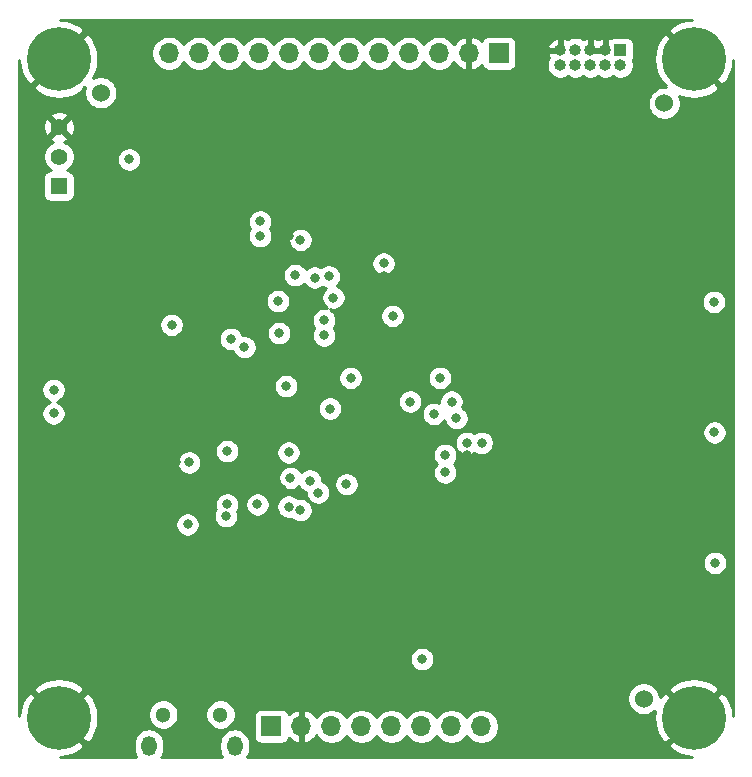
<source format=gbr>
%TF.GenerationSoftware,KiCad,Pcbnew,(5.1.9)-1*%
%TF.CreationDate,2021-05-17T17:29:26-07:00*%
%TF.ProjectId,dev_test_board_v1,6465765f-7465-4737-945f-626f6172645f,rev?*%
%TF.SameCoordinates,Original*%
%TF.FileFunction,Copper,L2,Inr*%
%TF.FilePolarity,Positive*%
%FSLAX46Y46*%
G04 Gerber Fmt 4.6, Leading zero omitted, Abs format (unit mm)*
G04 Created by KiCad (PCBNEW (5.1.9)-1) date 2021-05-17 17:29:26*
%MOMM*%
%LPD*%
G01*
G04 APERTURE LIST*
%TA.AperFunction,ComponentPad*%
%ADD10C,1.300000*%
%TD*%
%TA.AperFunction,ComponentPad*%
%ADD11O,1.300000X1.700000*%
%TD*%
%TA.AperFunction,WasherPad*%
%ADD12C,1.524000*%
%TD*%
%TA.AperFunction,ComponentPad*%
%ADD13R,1.400000X1.400000*%
%TD*%
%TA.AperFunction,ComponentPad*%
%ADD14C,1.400000*%
%TD*%
%TA.AperFunction,ComponentPad*%
%ADD15C,5.400000*%
%TD*%
%TA.AperFunction,ComponentPad*%
%ADD16C,0.800000*%
%TD*%
%TA.AperFunction,ComponentPad*%
%ADD17R,1.000000X1.000000*%
%TD*%
%TA.AperFunction,ComponentPad*%
%ADD18O,1.000000X1.000000*%
%TD*%
%TA.AperFunction,ComponentPad*%
%ADD19R,1.700000X1.700000*%
%TD*%
%TA.AperFunction,ComponentPad*%
%ADD20O,1.700000X1.700000*%
%TD*%
%TA.AperFunction,ViaPad*%
%ADD21C,0.800000*%
%TD*%
%TA.AperFunction,Conductor*%
%ADD22C,0.254000*%
%TD*%
%TA.AperFunction,Conductor*%
%ADD23C,0.100000*%
%TD*%
G04 APERTURE END LIST*
D10*
%TO.N,N/C*%
%TO.C,J1*%
X202575000Y-124500000D03*
%TO.N,Net-(J1-Pad6)*%
X207425000Y-124500000D03*
D11*
%TO.N,N/C*%
X201375000Y-127150000D03*
X208625000Y-127150000D03*
%TD*%
D12*
%TO.N,*%
%TO.C,REF\u002A\u002A*%
X243250000Y-123150000D03*
%TD*%
%TO.N,*%
%TO.C,REF\u002A\u002A*%
X197300000Y-71850000D03*
%TD*%
%TO.N,*%
%TO.C,REF\u002A\u002A*%
X197300000Y-71850000D03*
%TD*%
%TO.N,*%
%TO.C,REF\u002A\u002A*%
X245000000Y-72750000D03*
%TD*%
D13*
%TO.N,+3V3*%
%TO.C,SW1*%
X193750000Y-79750000D03*
D14*
%TO.N,Net-(R5-Pad1)*%
X193750000Y-77250000D03*
%TO.N,GND*%
X193750000Y-74750000D03*
%TD*%
D15*
%TO.N,GND*%
%TO.C,H1*%
X247500000Y-69000000D03*
D16*
X249525000Y-69000000D03*
X248931891Y-70431891D03*
X247500000Y-71025000D03*
X246068109Y-70431891D03*
X245475000Y-69000000D03*
X246068109Y-67568109D03*
X247500000Y-66975000D03*
X248931891Y-67568109D03*
%TD*%
%TO.N,GND*%
%TO.C,H2*%
X195181891Y-67568109D03*
X193750000Y-66975000D03*
X192318109Y-67568109D03*
X191725000Y-69000000D03*
X192318109Y-70431891D03*
X193750000Y-71025000D03*
X195181891Y-70431891D03*
X195775000Y-69000000D03*
D15*
X193750000Y-69000000D03*
%TD*%
D16*
%TO.N,GND*%
%TO.C,H3*%
X195181891Y-123318109D03*
X193750000Y-122725000D03*
X192318109Y-123318109D03*
X191725000Y-124750000D03*
X192318109Y-126181891D03*
X193750000Y-126775000D03*
X195181891Y-126181891D03*
X195775000Y-124750000D03*
D15*
X193750000Y-124750000D03*
%TD*%
%TO.N,GND*%
%TO.C,H4*%
X247500000Y-124750000D03*
D16*
X249525000Y-124750000D03*
X248931891Y-126181891D03*
X247500000Y-126775000D03*
X246068109Y-126181891D03*
X245475000Y-124750000D03*
X246068109Y-123318109D03*
X247500000Y-122725000D03*
X248931891Y-123318109D03*
%TD*%
D17*
%TO.N,+3V3*%
%TO.C,J2*%
X241290000Y-68250000D03*
D18*
%TO.N,Net-(J2-Pad2)*%
X241290000Y-69520000D03*
%TO.N,GND*%
X240020000Y-68250000D03*
%TO.N,SW_CLK*%
X240020000Y-69520000D03*
%TO.N,GND*%
X238750000Y-68250000D03*
%TO.N,Net-(J2-Pad6)*%
X238750000Y-69520000D03*
%TO.N,Net-(J2-Pad7)*%
X237480000Y-68250000D03*
%TO.N,Net-(J2-Pad8)*%
X237480000Y-69520000D03*
%TO.N,GND*%
X236210000Y-68250000D03*
%TO.N,NRST*%
X236210000Y-69520000D03*
%TD*%
D19*
%TO.N,+3V3*%
%TO.C,J3*%
X211750000Y-125500000D03*
D20*
%TO.N,GND*%
X214290000Y-125500000D03*
%TO.N,LCD_CS*%
X216830000Y-125500000D03*
%TO.N,LCD_RST*%
X219370000Y-125500000D03*
%TO.N,LCD_A0*%
X221910000Y-125500000D03*
%TO.N,SPI1_MOSI*%
X224450000Y-125500000D03*
%TO.N,SPI1_SCK*%
X226990000Y-125500000D03*
%TO.N,LCD_LED*%
X229530000Y-125500000D03*
%TD*%
D19*
%TO.N,+3V3*%
%TO.C,J4*%
X231000000Y-68500000D03*
D20*
%TO.N,GND*%
X228460000Y-68500000D03*
%TO.N,LPUART1_RX*%
X225920000Y-68500000D03*
%TO.N,LPUART1_TX*%
X223380000Y-68500000D03*
%TO.N,GPIO8*%
X220840000Y-68500000D03*
%TO.N,GPIO7*%
X218300000Y-68500000D03*
%TO.N,GPIO6*%
X215760000Y-68500000D03*
%TO.N,GPIO5*%
X213220000Y-68500000D03*
%TO.N,GPIO4*%
X210680000Y-68500000D03*
%TO.N,GPIO3*%
X208140000Y-68500000D03*
%TO.N,GPIO2*%
X205600000Y-68500000D03*
%TO.N,GPIO1*%
X203060000Y-68500000D03*
%TD*%
D21*
%TO.N,GND*%
X203000000Y-77000000D03*
X203000000Y-88500000D03*
X206650000Y-89950000D03*
X216800000Y-96750000D03*
X223850000Y-100300000D03*
X223850000Y-101300000D03*
X228300000Y-102500000D03*
X224000000Y-102500000D03*
X224000000Y-104000000D03*
X239900000Y-98850000D03*
X239900000Y-109850000D03*
X239900000Y-87750000D03*
X196900000Y-105550000D03*
X196900000Y-106600000D03*
X194800000Y-117750000D03*
X200650000Y-116850000D03*
X208700000Y-116850000D03*
X203700000Y-103150000D03*
X229700000Y-90000000D03*
X229700000Y-88000000D03*
X221250000Y-87350000D03*
X213200000Y-84000000D03*
X213200000Y-82750000D03*
X206300000Y-123000000D03*
X212650000Y-105400000D03*
X204400000Y-106900000D03*
%TO.N,+3V3*%
X204780000Y-103150000D03*
X210550000Y-106700000D03*
X249200000Y-89550000D03*
X249250000Y-100600000D03*
X249300000Y-111650000D03*
X228300000Y-101500000D03*
X226450000Y-104000000D03*
X223500000Y-98000000D03*
X227000000Y-98000000D03*
X225500000Y-99050000D03*
X193300000Y-97000000D03*
X193300000Y-99000000D03*
X218450000Y-96000000D03*
X203300000Y-91500000D03*
X226450000Y-102500000D03*
X221250000Y-86300000D03*
X210800000Y-82750000D03*
X210800000Y-84000000D03*
%TO.N,NRST*%
X217000000Y-89200000D03*
%TO.N,SPI1_SCK*%
X213000000Y-96700000D03*
X213200000Y-102300000D03*
X215700000Y-105700000D03*
%TO.N,SPI1_MOSI*%
X218100000Y-105000000D03*
X224500000Y-119800000D03*
%TO.N,LPUART1_RX*%
X216200000Y-91100000D03*
%TO.N,LPUART1_TX*%
X216600000Y-87400000D03*
X212300000Y-89500000D03*
X209450000Y-93400000D03*
%TO.N,LED_USB_RX*%
X208000000Y-106700000D03*
X208000000Y-102200000D03*
%TO.N,BOOT0*%
X214200000Y-84300000D03*
X199700000Y-77500000D03*
%TO.N,I2C1_SCL*%
X222000000Y-90750000D03*
X226000000Y-96000000D03*
%TO.N,USB_CBUS0*%
X204650000Y-108400000D03*
X208300000Y-92700000D03*
%TO.N,USB_CBUS3*%
X207900000Y-107700000D03*
X212400000Y-92200000D03*
%TO.N,ACC_INT1*%
X216200000Y-92400000D03*
X227400000Y-99400000D03*
%TO.N,ACC_INT2*%
X216700000Y-98600000D03*
X229550000Y-101500000D03*
%TO.N,USART2_TX*%
X215400000Y-87500000D03*
X215000000Y-104700000D03*
%TO.N,USART2_RX*%
X214200000Y-107200000D03*
X213750000Y-87300000D03*
%TO.N,Net-(U2-Pad2)*%
X213350000Y-104450000D03*
X213200000Y-106900000D03*
%TD*%
D22*
%TO.N,GND*%
X246850707Y-65712366D02*
X246221797Y-65902208D01*
X245642008Y-66211096D01*
X245634411Y-66216172D01*
X245334231Y-66654626D01*
X247500000Y-68820395D01*
X247514143Y-68806253D01*
X247693748Y-68985858D01*
X247679605Y-69000000D01*
X249845374Y-71165769D01*
X250283828Y-70865589D01*
X250594296Y-70286644D01*
X250785852Y-69658254D01*
X250840000Y-69116057D01*
X250840001Y-124639932D01*
X250787634Y-124100707D01*
X250597792Y-123471797D01*
X250288904Y-122892008D01*
X250283828Y-122884411D01*
X249845374Y-122584231D01*
X247679605Y-124750000D01*
X247693748Y-124764143D01*
X247514143Y-124943748D01*
X247500000Y-124929605D01*
X245334231Y-127095374D01*
X245634411Y-127533828D01*
X246213356Y-127844296D01*
X246841746Y-128035852D01*
X247383943Y-128090000D01*
X209680029Y-128090000D01*
X209698608Y-128067362D01*
X209817929Y-127844127D01*
X209891407Y-127601904D01*
X209910000Y-127413123D01*
X209910000Y-126886878D01*
X209891407Y-126698097D01*
X209817929Y-126455874D01*
X209698608Y-126232638D01*
X209538028Y-126036972D01*
X209342362Y-125876392D01*
X209119127Y-125757071D01*
X208876904Y-125683593D01*
X208625000Y-125658783D01*
X208373097Y-125683593D01*
X208130874Y-125757071D01*
X207907639Y-125876392D01*
X207711973Y-126036972D01*
X207551392Y-126232638D01*
X207432071Y-126455873D01*
X207358593Y-126698096D01*
X207340000Y-126886877D01*
X207340000Y-127413122D01*
X207358593Y-127601903D01*
X207432071Y-127844126D01*
X207551392Y-128067361D01*
X207569971Y-128090000D01*
X202430029Y-128090000D01*
X202448608Y-128067362D01*
X202567929Y-127844127D01*
X202641407Y-127601904D01*
X202660000Y-127413123D01*
X202660000Y-126886878D01*
X202641407Y-126698097D01*
X202567929Y-126455874D01*
X202448608Y-126232638D01*
X202288028Y-126036972D01*
X202092362Y-125876392D01*
X201869127Y-125757071D01*
X201626904Y-125683593D01*
X201375000Y-125658783D01*
X201123097Y-125683593D01*
X200880874Y-125757071D01*
X200657639Y-125876392D01*
X200461973Y-126036972D01*
X200301392Y-126232638D01*
X200182071Y-126455873D01*
X200108593Y-126698096D01*
X200090000Y-126886877D01*
X200090000Y-127413122D01*
X200108593Y-127601903D01*
X200182071Y-127844126D01*
X200301392Y-128067361D01*
X200319971Y-128090000D01*
X193860078Y-128090000D01*
X194399293Y-128037634D01*
X195028203Y-127847792D01*
X195607992Y-127538904D01*
X195615589Y-127533828D01*
X195915769Y-127095374D01*
X193750000Y-124929605D01*
X193735858Y-124943748D01*
X193556253Y-124764143D01*
X193570395Y-124750000D01*
X193929605Y-124750000D01*
X196095374Y-126915769D01*
X196533828Y-126615589D01*
X196844296Y-126036644D01*
X197035852Y-125408254D01*
X197101134Y-124754569D01*
X197064121Y-124373439D01*
X201290000Y-124373439D01*
X201290000Y-124626561D01*
X201339381Y-124874821D01*
X201436247Y-125108676D01*
X201576875Y-125319140D01*
X201755860Y-125498125D01*
X201966324Y-125638753D01*
X202200179Y-125735619D01*
X202448439Y-125785000D01*
X202701561Y-125785000D01*
X202949821Y-125735619D01*
X203183676Y-125638753D01*
X203394140Y-125498125D01*
X203573125Y-125319140D01*
X203713753Y-125108676D01*
X203810619Y-124874821D01*
X203860000Y-124626561D01*
X203860000Y-124373439D01*
X206140000Y-124373439D01*
X206140000Y-124626561D01*
X206189381Y-124874821D01*
X206286247Y-125108676D01*
X206426875Y-125319140D01*
X206605860Y-125498125D01*
X206816324Y-125638753D01*
X207050179Y-125735619D01*
X207298439Y-125785000D01*
X207551561Y-125785000D01*
X207799821Y-125735619D01*
X208033676Y-125638753D01*
X208244140Y-125498125D01*
X208423125Y-125319140D01*
X208563753Y-125108676D01*
X208660619Y-124874821D01*
X208705337Y-124650000D01*
X210261928Y-124650000D01*
X210261928Y-126350000D01*
X210274188Y-126474482D01*
X210310498Y-126594180D01*
X210369463Y-126704494D01*
X210448815Y-126801185D01*
X210545506Y-126880537D01*
X210655820Y-126939502D01*
X210775518Y-126975812D01*
X210900000Y-126988072D01*
X212600000Y-126988072D01*
X212724482Y-126975812D01*
X212844180Y-126939502D01*
X212954494Y-126880537D01*
X213051185Y-126801185D01*
X213130537Y-126704494D01*
X213189502Y-126594180D01*
X213213966Y-126513534D01*
X213289731Y-126597588D01*
X213523080Y-126771641D01*
X213785901Y-126896825D01*
X213933110Y-126941476D01*
X214163000Y-126820155D01*
X214163000Y-125627000D01*
X214143000Y-125627000D01*
X214143000Y-125373000D01*
X214163000Y-125373000D01*
X214163000Y-124179845D01*
X214417000Y-124179845D01*
X214417000Y-125373000D01*
X214437000Y-125373000D01*
X214437000Y-125627000D01*
X214417000Y-125627000D01*
X214417000Y-126820155D01*
X214646890Y-126941476D01*
X214794099Y-126896825D01*
X215056920Y-126771641D01*
X215290269Y-126597588D01*
X215485178Y-126381355D01*
X215554805Y-126264466D01*
X215676525Y-126446632D01*
X215883368Y-126653475D01*
X216126589Y-126815990D01*
X216396842Y-126927932D01*
X216683740Y-126985000D01*
X216976260Y-126985000D01*
X217263158Y-126927932D01*
X217533411Y-126815990D01*
X217776632Y-126653475D01*
X217983475Y-126446632D01*
X218100000Y-126272240D01*
X218216525Y-126446632D01*
X218423368Y-126653475D01*
X218666589Y-126815990D01*
X218936842Y-126927932D01*
X219223740Y-126985000D01*
X219516260Y-126985000D01*
X219803158Y-126927932D01*
X220073411Y-126815990D01*
X220316632Y-126653475D01*
X220523475Y-126446632D01*
X220640000Y-126272240D01*
X220756525Y-126446632D01*
X220963368Y-126653475D01*
X221206589Y-126815990D01*
X221476842Y-126927932D01*
X221763740Y-126985000D01*
X222056260Y-126985000D01*
X222343158Y-126927932D01*
X222613411Y-126815990D01*
X222856632Y-126653475D01*
X223063475Y-126446632D01*
X223180000Y-126272240D01*
X223296525Y-126446632D01*
X223503368Y-126653475D01*
X223746589Y-126815990D01*
X224016842Y-126927932D01*
X224303740Y-126985000D01*
X224596260Y-126985000D01*
X224883158Y-126927932D01*
X225153411Y-126815990D01*
X225396632Y-126653475D01*
X225603475Y-126446632D01*
X225720000Y-126272240D01*
X225836525Y-126446632D01*
X226043368Y-126653475D01*
X226286589Y-126815990D01*
X226556842Y-126927932D01*
X226843740Y-126985000D01*
X227136260Y-126985000D01*
X227423158Y-126927932D01*
X227693411Y-126815990D01*
X227936632Y-126653475D01*
X228143475Y-126446632D01*
X228260000Y-126272240D01*
X228376525Y-126446632D01*
X228583368Y-126653475D01*
X228826589Y-126815990D01*
X229096842Y-126927932D01*
X229383740Y-126985000D01*
X229676260Y-126985000D01*
X229963158Y-126927932D01*
X230233411Y-126815990D01*
X230476632Y-126653475D01*
X230683475Y-126446632D01*
X230845990Y-126203411D01*
X230957932Y-125933158D01*
X231015000Y-125646260D01*
X231015000Y-125353740D01*
X230957932Y-125066842D01*
X230845990Y-124796589D01*
X230683475Y-124553368D01*
X230476632Y-124346525D01*
X230233411Y-124184010D01*
X229963158Y-124072068D01*
X229676260Y-124015000D01*
X229383740Y-124015000D01*
X229096842Y-124072068D01*
X228826589Y-124184010D01*
X228583368Y-124346525D01*
X228376525Y-124553368D01*
X228260000Y-124727760D01*
X228143475Y-124553368D01*
X227936632Y-124346525D01*
X227693411Y-124184010D01*
X227423158Y-124072068D01*
X227136260Y-124015000D01*
X226843740Y-124015000D01*
X226556842Y-124072068D01*
X226286589Y-124184010D01*
X226043368Y-124346525D01*
X225836525Y-124553368D01*
X225720000Y-124727760D01*
X225603475Y-124553368D01*
X225396632Y-124346525D01*
X225153411Y-124184010D01*
X224883158Y-124072068D01*
X224596260Y-124015000D01*
X224303740Y-124015000D01*
X224016842Y-124072068D01*
X223746589Y-124184010D01*
X223503368Y-124346525D01*
X223296525Y-124553368D01*
X223180000Y-124727760D01*
X223063475Y-124553368D01*
X222856632Y-124346525D01*
X222613411Y-124184010D01*
X222343158Y-124072068D01*
X222056260Y-124015000D01*
X221763740Y-124015000D01*
X221476842Y-124072068D01*
X221206589Y-124184010D01*
X220963368Y-124346525D01*
X220756525Y-124553368D01*
X220640000Y-124727760D01*
X220523475Y-124553368D01*
X220316632Y-124346525D01*
X220073411Y-124184010D01*
X219803158Y-124072068D01*
X219516260Y-124015000D01*
X219223740Y-124015000D01*
X218936842Y-124072068D01*
X218666589Y-124184010D01*
X218423368Y-124346525D01*
X218216525Y-124553368D01*
X218100000Y-124727760D01*
X217983475Y-124553368D01*
X217776632Y-124346525D01*
X217533411Y-124184010D01*
X217263158Y-124072068D01*
X216976260Y-124015000D01*
X216683740Y-124015000D01*
X216396842Y-124072068D01*
X216126589Y-124184010D01*
X215883368Y-124346525D01*
X215676525Y-124553368D01*
X215554805Y-124735534D01*
X215485178Y-124618645D01*
X215290269Y-124402412D01*
X215056920Y-124228359D01*
X214794099Y-124103175D01*
X214646890Y-124058524D01*
X214417000Y-124179845D01*
X214163000Y-124179845D01*
X213933110Y-124058524D01*
X213785901Y-124103175D01*
X213523080Y-124228359D01*
X213289731Y-124402412D01*
X213213966Y-124486466D01*
X213189502Y-124405820D01*
X213130537Y-124295506D01*
X213051185Y-124198815D01*
X212954494Y-124119463D01*
X212844180Y-124060498D01*
X212724482Y-124024188D01*
X212600000Y-124011928D01*
X210900000Y-124011928D01*
X210775518Y-124024188D01*
X210655820Y-124060498D01*
X210545506Y-124119463D01*
X210448815Y-124198815D01*
X210369463Y-124295506D01*
X210310498Y-124405820D01*
X210274188Y-124525518D01*
X210261928Y-124650000D01*
X208705337Y-124650000D01*
X208710000Y-124626561D01*
X208710000Y-124373439D01*
X208660619Y-124125179D01*
X208563753Y-123891324D01*
X208423125Y-123680860D01*
X208244140Y-123501875D01*
X208033676Y-123361247D01*
X207799821Y-123264381D01*
X207551561Y-123215000D01*
X207298439Y-123215000D01*
X207050179Y-123264381D01*
X206816324Y-123361247D01*
X206605860Y-123501875D01*
X206426875Y-123680860D01*
X206286247Y-123891324D01*
X206189381Y-124125179D01*
X206140000Y-124373439D01*
X203860000Y-124373439D01*
X203810619Y-124125179D01*
X203713753Y-123891324D01*
X203573125Y-123680860D01*
X203394140Y-123501875D01*
X203183676Y-123361247D01*
X202949821Y-123264381D01*
X202701561Y-123215000D01*
X202448439Y-123215000D01*
X202200179Y-123264381D01*
X201966324Y-123361247D01*
X201755860Y-123501875D01*
X201576875Y-123680860D01*
X201436247Y-123891324D01*
X201339381Y-124125179D01*
X201290000Y-124373439D01*
X197064121Y-124373439D01*
X197037634Y-124100707D01*
X196847792Y-123471797D01*
X196603049Y-123012408D01*
X241853000Y-123012408D01*
X241853000Y-123287592D01*
X241906686Y-123557490D01*
X242011995Y-123811727D01*
X242164880Y-124040535D01*
X242359465Y-124235120D01*
X242588273Y-124388005D01*
X242842510Y-124493314D01*
X243112408Y-124547000D01*
X243387592Y-124547000D01*
X243657490Y-124493314D01*
X243911727Y-124388005D01*
X244140535Y-124235120D01*
X244206408Y-124169247D01*
X244148866Y-124745431D01*
X244212366Y-125399293D01*
X244402208Y-126028203D01*
X244711096Y-126607992D01*
X244716172Y-126615589D01*
X245154626Y-126915769D01*
X247320395Y-124750000D01*
X245154626Y-122584231D01*
X244716172Y-122884411D01*
X244647000Y-123013399D01*
X244647000Y-123012408D01*
X244593314Y-122742510D01*
X244488005Y-122488273D01*
X244432114Y-122404626D01*
X245334231Y-122404626D01*
X247500000Y-124570395D01*
X249665769Y-122404626D01*
X249365589Y-121966172D01*
X248786644Y-121655704D01*
X248158254Y-121464148D01*
X247504569Y-121398866D01*
X246850707Y-121462366D01*
X246221797Y-121652208D01*
X245642008Y-121961096D01*
X245634411Y-121966172D01*
X245334231Y-122404626D01*
X244432114Y-122404626D01*
X244335120Y-122259465D01*
X244140535Y-122064880D01*
X243911727Y-121911995D01*
X243657490Y-121806686D01*
X243387592Y-121753000D01*
X243112408Y-121753000D01*
X242842510Y-121806686D01*
X242588273Y-121911995D01*
X242359465Y-122064880D01*
X242164880Y-122259465D01*
X242011995Y-122488273D01*
X241906686Y-122742510D01*
X241853000Y-123012408D01*
X196603049Y-123012408D01*
X196538904Y-122892008D01*
X196533828Y-122884411D01*
X196095374Y-122584231D01*
X193929605Y-124750000D01*
X193570395Y-124750000D01*
X191404626Y-122584231D01*
X190966172Y-122884411D01*
X190655704Y-123463356D01*
X190464148Y-124091746D01*
X190410000Y-124633943D01*
X190410000Y-122404626D01*
X191584231Y-122404626D01*
X193750000Y-124570395D01*
X195915769Y-122404626D01*
X195615589Y-121966172D01*
X195036644Y-121655704D01*
X194408254Y-121464148D01*
X193754569Y-121398866D01*
X193100707Y-121462366D01*
X192471797Y-121652208D01*
X191892008Y-121961096D01*
X191884411Y-121966172D01*
X191584231Y-122404626D01*
X190410000Y-122404626D01*
X190410000Y-119698061D01*
X223465000Y-119698061D01*
X223465000Y-119901939D01*
X223504774Y-120101898D01*
X223582795Y-120290256D01*
X223696063Y-120459774D01*
X223840226Y-120603937D01*
X224009744Y-120717205D01*
X224198102Y-120795226D01*
X224398061Y-120835000D01*
X224601939Y-120835000D01*
X224801898Y-120795226D01*
X224990256Y-120717205D01*
X225159774Y-120603937D01*
X225303937Y-120459774D01*
X225417205Y-120290256D01*
X225495226Y-120101898D01*
X225535000Y-119901939D01*
X225535000Y-119698061D01*
X225495226Y-119498102D01*
X225417205Y-119309744D01*
X225303937Y-119140226D01*
X225159774Y-118996063D01*
X224990256Y-118882795D01*
X224801898Y-118804774D01*
X224601939Y-118765000D01*
X224398061Y-118765000D01*
X224198102Y-118804774D01*
X224009744Y-118882795D01*
X223840226Y-118996063D01*
X223696063Y-119140226D01*
X223582795Y-119309744D01*
X223504774Y-119498102D01*
X223465000Y-119698061D01*
X190410000Y-119698061D01*
X190410000Y-111548061D01*
X248265000Y-111548061D01*
X248265000Y-111751939D01*
X248304774Y-111951898D01*
X248382795Y-112140256D01*
X248496063Y-112309774D01*
X248640226Y-112453937D01*
X248809744Y-112567205D01*
X248998102Y-112645226D01*
X249198061Y-112685000D01*
X249401939Y-112685000D01*
X249601898Y-112645226D01*
X249790256Y-112567205D01*
X249959774Y-112453937D01*
X250103937Y-112309774D01*
X250217205Y-112140256D01*
X250295226Y-111951898D01*
X250335000Y-111751939D01*
X250335000Y-111548061D01*
X250295226Y-111348102D01*
X250217205Y-111159744D01*
X250103937Y-110990226D01*
X249959774Y-110846063D01*
X249790256Y-110732795D01*
X249601898Y-110654774D01*
X249401939Y-110615000D01*
X249198061Y-110615000D01*
X248998102Y-110654774D01*
X248809744Y-110732795D01*
X248640226Y-110846063D01*
X248496063Y-110990226D01*
X248382795Y-111159744D01*
X248304774Y-111348102D01*
X248265000Y-111548061D01*
X190410000Y-111548061D01*
X190410000Y-108298061D01*
X203615000Y-108298061D01*
X203615000Y-108501939D01*
X203654774Y-108701898D01*
X203732795Y-108890256D01*
X203846063Y-109059774D01*
X203990226Y-109203937D01*
X204159744Y-109317205D01*
X204348102Y-109395226D01*
X204548061Y-109435000D01*
X204751939Y-109435000D01*
X204951898Y-109395226D01*
X205140256Y-109317205D01*
X205309774Y-109203937D01*
X205453937Y-109059774D01*
X205567205Y-108890256D01*
X205645226Y-108701898D01*
X205685000Y-108501939D01*
X205685000Y-108298061D01*
X205645226Y-108098102D01*
X205567205Y-107909744D01*
X205453937Y-107740226D01*
X205311772Y-107598061D01*
X206865000Y-107598061D01*
X206865000Y-107801939D01*
X206904774Y-108001898D01*
X206982795Y-108190256D01*
X207096063Y-108359774D01*
X207240226Y-108503937D01*
X207409744Y-108617205D01*
X207598102Y-108695226D01*
X207798061Y-108735000D01*
X208001939Y-108735000D01*
X208201898Y-108695226D01*
X208390256Y-108617205D01*
X208559774Y-108503937D01*
X208703937Y-108359774D01*
X208817205Y-108190256D01*
X208895226Y-108001898D01*
X208935000Y-107801939D01*
X208935000Y-107598061D01*
X208895226Y-107398102D01*
X208850490Y-107290102D01*
X208917205Y-107190256D01*
X208995226Y-107001898D01*
X209035000Y-106801939D01*
X209035000Y-106598061D01*
X209515000Y-106598061D01*
X209515000Y-106801939D01*
X209554774Y-107001898D01*
X209632795Y-107190256D01*
X209746063Y-107359774D01*
X209890226Y-107503937D01*
X210059744Y-107617205D01*
X210248102Y-107695226D01*
X210448061Y-107735000D01*
X210651939Y-107735000D01*
X210851898Y-107695226D01*
X211040256Y-107617205D01*
X211209774Y-107503937D01*
X211353937Y-107359774D01*
X211467205Y-107190256D01*
X211545226Y-107001898D01*
X211585000Y-106801939D01*
X211585000Y-106798061D01*
X212165000Y-106798061D01*
X212165000Y-107001939D01*
X212204774Y-107201898D01*
X212282795Y-107390256D01*
X212396063Y-107559774D01*
X212540226Y-107703937D01*
X212709744Y-107817205D01*
X212898102Y-107895226D01*
X213098061Y-107935000D01*
X213301939Y-107935000D01*
X213443192Y-107906903D01*
X213540226Y-108003937D01*
X213709744Y-108117205D01*
X213898102Y-108195226D01*
X214098061Y-108235000D01*
X214301939Y-108235000D01*
X214501898Y-108195226D01*
X214690256Y-108117205D01*
X214859774Y-108003937D01*
X215003937Y-107859774D01*
X215117205Y-107690256D01*
X215195226Y-107501898D01*
X215235000Y-107301939D01*
X215235000Y-107098061D01*
X215195226Y-106898102D01*
X215117205Y-106709744D01*
X215003937Y-106540226D01*
X214859774Y-106396063D01*
X214690256Y-106282795D01*
X214501898Y-106204774D01*
X214301939Y-106165000D01*
X214098061Y-106165000D01*
X213956808Y-106193097D01*
X213859774Y-106096063D01*
X213690256Y-105982795D01*
X213501898Y-105904774D01*
X213301939Y-105865000D01*
X213098061Y-105865000D01*
X212898102Y-105904774D01*
X212709744Y-105982795D01*
X212540226Y-106096063D01*
X212396063Y-106240226D01*
X212282795Y-106409744D01*
X212204774Y-106598102D01*
X212165000Y-106798061D01*
X211585000Y-106798061D01*
X211585000Y-106598061D01*
X211545226Y-106398102D01*
X211467205Y-106209744D01*
X211353937Y-106040226D01*
X211209774Y-105896063D01*
X211040256Y-105782795D01*
X210851898Y-105704774D01*
X210651939Y-105665000D01*
X210448061Y-105665000D01*
X210248102Y-105704774D01*
X210059744Y-105782795D01*
X209890226Y-105896063D01*
X209746063Y-106040226D01*
X209632795Y-106209744D01*
X209554774Y-106398102D01*
X209515000Y-106598061D01*
X209035000Y-106598061D01*
X208995226Y-106398102D01*
X208917205Y-106209744D01*
X208803937Y-106040226D01*
X208659774Y-105896063D01*
X208490256Y-105782795D01*
X208301898Y-105704774D01*
X208101939Y-105665000D01*
X207898061Y-105665000D01*
X207698102Y-105704774D01*
X207509744Y-105782795D01*
X207340226Y-105896063D01*
X207196063Y-106040226D01*
X207082795Y-106209744D01*
X207004774Y-106398102D01*
X206965000Y-106598061D01*
X206965000Y-106801939D01*
X207004774Y-107001898D01*
X207049510Y-107109898D01*
X206982795Y-107209744D01*
X206904774Y-107398102D01*
X206865000Y-107598061D01*
X205311772Y-107598061D01*
X205309774Y-107596063D01*
X205140256Y-107482795D01*
X204951898Y-107404774D01*
X204751939Y-107365000D01*
X204548061Y-107365000D01*
X204348102Y-107404774D01*
X204159744Y-107482795D01*
X203990226Y-107596063D01*
X203846063Y-107740226D01*
X203732795Y-107909744D01*
X203654774Y-108098102D01*
X203615000Y-108298061D01*
X190410000Y-108298061D01*
X190410000Y-104348061D01*
X212315000Y-104348061D01*
X212315000Y-104551939D01*
X212354774Y-104751898D01*
X212432795Y-104940256D01*
X212546063Y-105109774D01*
X212690226Y-105253937D01*
X212859744Y-105367205D01*
X213048102Y-105445226D01*
X213248061Y-105485000D01*
X213451939Y-105485000D01*
X213651898Y-105445226D01*
X213840256Y-105367205D01*
X214009774Y-105253937D01*
X214080059Y-105183652D01*
X214082795Y-105190256D01*
X214196063Y-105359774D01*
X214340226Y-105503937D01*
X214509744Y-105617205D01*
X214665000Y-105681515D01*
X214665000Y-105801939D01*
X214704774Y-106001898D01*
X214782795Y-106190256D01*
X214896063Y-106359774D01*
X215040226Y-106503937D01*
X215209744Y-106617205D01*
X215398102Y-106695226D01*
X215598061Y-106735000D01*
X215801939Y-106735000D01*
X216001898Y-106695226D01*
X216190256Y-106617205D01*
X216359774Y-106503937D01*
X216503937Y-106359774D01*
X216617205Y-106190256D01*
X216695226Y-106001898D01*
X216735000Y-105801939D01*
X216735000Y-105598061D01*
X216695226Y-105398102D01*
X216617205Y-105209744D01*
X216503937Y-105040226D01*
X216361772Y-104898061D01*
X217065000Y-104898061D01*
X217065000Y-105101939D01*
X217104774Y-105301898D01*
X217182795Y-105490256D01*
X217296063Y-105659774D01*
X217440226Y-105803937D01*
X217609744Y-105917205D01*
X217798102Y-105995226D01*
X217998061Y-106035000D01*
X218201939Y-106035000D01*
X218401898Y-105995226D01*
X218590256Y-105917205D01*
X218759774Y-105803937D01*
X218903937Y-105659774D01*
X219017205Y-105490256D01*
X219095226Y-105301898D01*
X219135000Y-105101939D01*
X219135000Y-104898061D01*
X219095226Y-104698102D01*
X219017205Y-104509744D01*
X218903937Y-104340226D01*
X218759774Y-104196063D01*
X218590256Y-104082795D01*
X218401898Y-104004774D01*
X218201939Y-103965000D01*
X217998061Y-103965000D01*
X217798102Y-104004774D01*
X217609744Y-104082795D01*
X217440226Y-104196063D01*
X217296063Y-104340226D01*
X217182795Y-104509744D01*
X217104774Y-104698102D01*
X217065000Y-104898061D01*
X216361772Y-104898061D01*
X216359774Y-104896063D01*
X216190256Y-104782795D01*
X216035000Y-104718485D01*
X216035000Y-104598061D01*
X215995226Y-104398102D01*
X215917205Y-104209744D01*
X215803937Y-104040226D01*
X215659774Y-103896063D01*
X215490256Y-103782795D01*
X215301898Y-103704774D01*
X215101939Y-103665000D01*
X214898061Y-103665000D01*
X214698102Y-103704774D01*
X214509744Y-103782795D01*
X214340226Y-103896063D01*
X214269941Y-103966348D01*
X214267205Y-103959744D01*
X214153937Y-103790226D01*
X214009774Y-103646063D01*
X213840256Y-103532795D01*
X213651898Y-103454774D01*
X213451939Y-103415000D01*
X213248061Y-103415000D01*
X213048102Y-103454774D01*
X212859744Y-103532795D01*
X212690226Y-103646063D01*
X212546063Y-103790226D01*
X212432795Y-103959744D01*
X212354774Y-104148102D01*
X212315000Y-104348061D01*
X190410000Y-104348061D01*
X190410000Y-103048061D01*
X203745000Y-103048061D01*
X203745000Y-103251939D01*
X203784774Y-103451898D01*
X203862795Y-103640256D01*
X203976063Y-103809774D01*
X204120226Y-103953937D01*
X204289744Y-104067205D01*
X204478102Y-104145226D01*
X204678061Y-104185000D01*
X204881939Y-104185000D01*
X205081898Y-104145226D01*
X205270256Y-104067205D01*
X205439774Y-103953937D01*
X205583937Y-103809774D01*
X205697205Y-103640256D01*
X205775226Y-103451898D01*
X205815000Y-103251939D01*
X205815000Y-103048061D01*
X205775226Y-102848102D01*
X205697205Y-102659744D01*
X205583937Y-102490226D01*
X205439774Y-102346063D01*
X205270256Y-102232795D01*
X205081898Y-102154774D01*
X204881939Y-102115000D01*
X204678061Y-102115000D01*
X204478102Y-102154774D01*
X204289744Y-102232795D01*
X204120226Y-102346063D01*
X203976063Y-102490226D01*
X203862795Y-102659744D01*
X203784774Y-102848102D01*
X203745000Y-103048061D01*
X190410000Y-103048061D01*
X190410000Y-102098061D01*
X206965000Y-102098061D01*
X206965000Y-102301939D01*
X207004774Y-102501898D01*
X207082795Y-102690256D01*
X207196063Y-102859774D01*
X207340226Y-103003937D01*
X207509744Y-103117205D01*
X207698102Y-103195226D01*
X207898061Y-103235000D01*
X208101939Y-103235000D01*
X208301898Y-103195226D01*
X208490256Y-103117205D01*
X208659774Y-103003937D01*
X208803937Y-102859774D01*
X208917205Y-102690256D01*
X208995226Y-102501898D01*
X209035000Y-102301939D01*
X209035000Y-102198061D01*
X212165000Y-102198061D01*
X212165000Y-102401939D01*
X212204774Y-102601898D01*
X212282795Y-102790256D01*
X212396063Y-102959774D01*
X212540226Y-103103937D01*
X212709744Y-103217205D01*
X212898102Y-103295226D01*
X213098061Y-103335000D01*
X213301939Y-103335000D01*
X213501898Y-103295226D01*
X213690256Y-103217205D01*
X213859774Y-103103937D01*
X214003937Y-102959774D01*
X214117205Y-102790256D01*
X214195226Y-102601898D01*
X214235000Y-102401939D01*
X214235000Y-102398061D01*
X225415000Y-102398061D01*
X225415000Y-102601939D01*
X225454774Y-102801898D01*
X225532795Y-102990256D01*
X225646063Y-103159774D01*
X225736289Y-103250000D01*
X225646063Y-103340226D01*
X225532795Y-103509744D01*
X225454774Y-103698102D01*
X225415000Y-103898061D01*
X225415000Y-104101939D01*
X225454774Y-104301898D01*
X225532795Y-104490256D01*
X225646063Y-104659774D01*
X225790226Y-104803937D01*
X225959744Y-104917205D01*
X226148102Y-104995226D01*
X226348061Y-105035000D01*
X226551939Y-105035000D01*
X226751898Y-104995226D01*
X226940256Y-104917205D01*
X227109774Y-104803937D01*
X227253937Y-104659774D01*
X227367205Y-104490256D01*
X227445226Y-104301898D01*
X227485000Y-104101939D01*
X227485000Y-103898061D01*
X227445226Y-103698102D01*
X227367205Y-103509744D01*
X227253937Y-103340226D01*
X227163711Y-103250000D01*
X227253937Y-103159774D01*
X227367205Y-102990256D01*
X227445226Y-102801898D01*
X227485000Y-102601939D01*
X227485000Y-102398061D01*
X227445226Y-102198102D01*
X227367205Y-102009744D01*
X227253937Y-101840226D01*
X227109774Y-101696063D01*
X226940256Y-101582795D01*
X226751898Y-101504774D01*
X226551939Y-101465000D01*
X226348061Y-101465000D01*
X226148102Y-101504774D01*
X225959744Y-101582795D01*
X225790226Y-101696063D01*
X225646063Y-101840226D01*
X225532795Y-102009744D01*
X225454774Y-102198102D01*
X225415000Y-102398061D01*
X214235000Y-102398061D01*
X214235000Y-102198061D01*
X214195226Y-101998102D01*
X214117205Y-101809744D01*
X214003937Y-101640226D01*
X213859774Y-101496063D01*
X213713104Y-101398061D01*
X227265000Y-101398061D01*
X227265000Y-101601939D01*
X227304774Y-101801898D01*
X227382795Y-101990256D01*
X227496063Y-102159774D01*
X227640226Y-102303937D01*
X227809744Y-102417205D01*
X227998102Y-102495226D01*
X228198061Y-102535000D01*
X228401939Y-102535000D01*
X228601898Y-102495226D01*
X228790256Y-102417205D01*
X228925000Y-102327172D01*
X229059744Y-102417205D01*
X229248102Y-102495226D01*
X229448061Y-102535000D01*
X229651939Y-102535000D01*
X229851898Y-102495226D01*
X230040256Y-102417205D01*
X230209774Y-102303937D01*
X230353937Y-102159774D01*
X230467205Y-101990256D01*
X230545226Y-101801898D01*
X230585000Y-101601939D01*
X230585000Y-101398061D01*
X230545226Y-101198102D01*
X230467205Y-101009744D01*
X230353937Y-100840226D01*
X230209774Y-100696063D01*
X230040256Y-100582795D01*
X229851898Y-100504774D01*
X229818150Y-100498061D01*
X248215000Y-100498061D01*
X248215000Y-100701939D01*
X248254774Y-100901898D01*
X248332795Y-101090256D01*
X248446063Y-101259774D01*
X248590226Y-101403937D01*
X248759744Y-101517205D01*
X248948102Y-101595226D01*
X249148061Y-101635000D01*
X249351939Y-101635000D01*
X249551898Y-101595226D01*
X249740256Y-101517205D01*
X249909774Y-101403937D01*
X250053937Y-101259774D01*
X250167205Y-101090256D01*
X250245226Y-100901898D01*
X250285000Y-100701939D01*
X250285000Y-100498061D01*
X250245226Y-100298102D01*
X250167205Y-100109744D01*
X250053937Y-99940226D01*
X249909774Y-99796063D01*
X249740256Y-99682795D01*
X249551898Y-99604774D01*
X249351939Y-99565000D01*
X249148061Y-99565000D01*
X248948102Y-99604774D01*
X248759744Y-99682795D01*
X248590226Y-99796063D01*
X248446063Y-99940226D01*
X248332795Y-100109744D01*
X248254774Y-100298102D01*
X248215000Y-100498061D01*
X229818150Y-100498061D01*
X229651939Y-100465000D01*
X229448061Y-100465000D01*
X229248102Y-100504774D01*
X229059744Y-100582795D01*
X228925000Y-100672828D01*
X228790256Y-100582795D01*
X228601898Y-100504774D01*
X228401939Y-100465000D01*
X228198061Y-100465000D01*
X227998102Y-100504774D01*
X227809744Y-100582795D01*
X227640226Y-100696063D01*
X227496063Y-100840226D01*
X227382795Y-101009744D01*
X227304774Y-101198102D01*
X227265000Y-101398061D01*
X213713104Y-101398061D01*
X213690256Y-101382795D01*
X213501898Y-101304774D01*
X213301939Y-101265000D01*
X213098061Y-101265000D01*
X212898102Y-101304774D01*
X212709744Y-101382795D01*
X212540226Y-101496063D01*
X212396063Y-101640226D01*
X212282795Y-101809744D01*
X212204774Y-101998102D01*
X212165000Y-102198061D01*
X209035000Y-102198061D01*
X209035000Y-102098061D01*
X208995226Y-101898102D01*
X208917205Y-101709744D01*
X208803937Y-101540226D01*
X208659774Y-101396063D01*
X208490256Y-101282795D01*
X208301898Y-101204774D01*
X208101939Y-101165000D01*
X207898061Y-101165000D01*
X207698102Y-101204774D01*
X207509744Y-101282795D01*
X207340226Y-101396063D01*
X207196063Y-101540226D01*
X207082795Y-101709744D01*
X207004774Y-101898102D01*
X206965000Y-102098061D01*
X190410000Y-102098061D01*
X190410000Y-96898061D01*
X192265000Y-96898061D01*
X192265000Y-97101939D01*
X192304774Y-97301898D01*
X192382795Y-97490256D01*
X192496063Y-97659774D01*
X192640226Y-97803937D01*
X192809744Y-97917205D01*
X192998102Y-97995226D01*
X193022103Y-98000000D01*
X192998102Y-98004774D01*
X192809744Y-98082795D01*
X192640226Y-98196063D01*
X192496063Y-98340226D01*
X192382795Y-98509744D01*
X192304774Y-98698102D01*
X192265000Y-98898061D01*
X192265000Y-99101939D01*
X192304774Y-99301898D01*
X192382795Y-99490256D01*
X192496063Y-99659774D01*
X192640226Y-99803937D01*
X192809744Y-99917205D01*
X192998102Y-99995226D01*
X193198061Y-100035000D01*
X193401939Y-100035000D01*
X193601898Y-99995226D01*
X193790256Y-99917205D01*
X193959774Y-99803937D01*
X194103937Y-99659774D01*
X194217205Y-99490256D01*
X194295226Y-99301898D01*
X194335000Y-99101939D01*
X194335000Y-98898061D01*
X194295226Y-98698102D01*
X194217205Y-98509744D01*
X194209399Y-98498061D01*
X215665000Y-98498061D01*
X215665000Y-98701939D01*
X215704774Y-98901898D01*
X215782795Y-99090256D01*
X215896063Y-99259774D01*
X216040226Y-99403937D01*
X216209744Y-99517205D01*
X216398102Y-99595226D01*
X216598061Y-99635000D01*
X216801939Y-99635000D01*
X217001898Y-99595226D01*
X217190256Y-99517205D01*
X217359774Y-99403937D01*
X217503937Y-99259774D01*
X217617205Y-99090256D01*
X217695226Y-98901898D01*
X217735000Y-98701939D01*
X217735000Y-98498061D01*
X217695226Y-98298102D01*
X217617205Y-98109744D01*
X217503937Y-97940226D01*
X217461772Y-97898061D01*
X222465000Y-97898061D01*
X222465000Y-98101939D01*
X222504774Y-98301898D01*
X222582795Y-98490256D01*
X222696063Y-98659774D01*
X222840226Y-98803937D01*
X223009744Y-98917205D01*
X223198102Y-98995226D01*
X223398061Y-99035000D01*
X223601939Y-99035000D01*
X223801898Y-98995226D01*
X223915763Y-98948061D01*
X224465000Y-98948061D01*
X224465000Y-99151939D01*
X224504774Y-99351898D01*
X224582795Y-99540256D01*
X224696063Y-99709774D01*
X224840226Y-99853937D01*
X225009744Y-99967205D01*
X225198102Y-100045226D01*
X225398061Y-100085000D01*
X225601939Y-100085000D01*
X225801898Y-100045226D01*
X225990256Y-99967205D01*
X226159774Y-99853937D01*
X226303937Y-99709774D01*
X226382849Y-99591673D01*
X226404774Y-99701898D01*
X226482795Y-99890256D01*
X226596063Y-100059774D01*
X226740226Y-100203937D01*
X226909744Y-100317205D01*
X227098102Y-100395226D01*
X227298061Y-100435000D01*
X227501939Y-100435000D01*
X227701898Y-100395226D01*
X227890256Y-100317205D01*
X228059774Y-100203937D01*
X228203937Y-100059774D01*
X228317205Y-99890256D01*
X228395226Y-99701898D01*
X228435000Y-99501939D01*
X228435000Y-99298061D01*
X228395226Y-99098102D01*
X228317205Y-98909744D01*
X228203937Y-98740226D01*
X228059774Y-98596063D01*
X227912334Y-98497547D01*
X227917205Y-98490256D01*
X227995226Y-98301898D01*
X228035000Y-98101939D01*
X228035000Y-97898061D01*
X227995226Y-97698102D01*
X227917205Y-97509744D01*
X227803937Y-97340226D01*
X227659774Y-97196063D01*
X227490256Y-97082795D01*
X227301898Y-97004774D01*
X227101939Y-96965000D01*
X226898061Y-96965000D01*
X226698102Y-97004774D01*
X226509744Y-97082795D01*
X226340226Y-97196063D01*
X226196063Y-97340226D01*
X226082795Y-97509744D01*
X226004774Y-97698102D01*
X225965000Y-97898061D01*
X225965000Y-98101939D01*
X225969421Y-98124165D01*
X225801898Y-98054774D01*
X225601939Y-98015000D01*
X225398061Y-98015000D01*
X225198102Y-98054774D01*
X225009744Y-98132795D01*
X224840226Y-98246063D01*
X224696063Y-98390226D01*
X224582795Y-98559744D01*
X224504774Y-98748102D01*
X224465000Y-98948061D01*
X223915763Y-98948061D01*
X223990256Y-98917205D01*
X224159774Y-98803937D01*
X224303937Y-98659774D01*
X224417205Y-98490256D01*
X224495226Y-98301898D01*
X224535000Y-98101939D01*
X224535000Y-97898061D01*
X224495226Y-97698102D01*
X224417205Y-97509744D01*
X224303937Y-97340226D01*
X224159774Y-97196063D01*
X223990256Y-97082795D01*
X223801898Y-97004774D01*
X223601939Y-96965000D01*
X223398061Y-96965000D01*
X223198102Y-97004774D01*
X223009744Y-97082795D01*
X222840226Y-97196063D01*
X222696063Y-97340226D01*
X222582795Y-97509744D01*
X222504774Y-97698102D01*
X222465000Y-97898061D01*
X217461772Y-97898061D01*
X217359774Y-97796063D01*
X217190256Y-97682795D01*
X217001898Y-97604774D01*
X216801939Y-97565000D01*
X216598061Y-97565000D01*
X216398102Y-97604774D01*
X216209744Y-97682795D01*
X216040226Y-97796063D01*
X215896063Y-97940226D01*
X215782795Y-98109744D01*
X215704774Y-98298102D01*
X215665000Y-98498061D01*
X194209399Y-98498061D01*
X194103937Y-98340226D01*
X193959774Y-98196063D01*
X193790256Y-98082795D01*
X193601898Y-98004774D01*
X193577897Y-98000000D01*
X193601898Y-97995226D01*
X193790256Y-97917205D01*
X193959774Y-97803937D01*
X194103937Y-97659774D01*
X194217205Y-97490256D01*
X194295226Y-97301898D01*
X194335000Y-97101939D01*
X194335000Y-96898061D01*
X194295226Y-96698102D01*
X194253788Y-96598061D01*
X211965000Y-96598061D01*
X211965000Y-96801939D01*
X212004774Y-97001898D01*
X212082795Y-97190256D01*
X212196063Y-97359774D01*
X212340226Y-97503937D01*
X212509744Y-97617205D01*
X212698102Y-97695226D01*
X212898061Y-97735000D01*
X213101939Y-97735000D01*
X213301898Y-97695226D01*
X213490256Y-97617205D01*
X213659774Y-97503937D01*
X213803937Y-97359774D01*
X213917205Y-97190256D01*
X213995226Y-97001898D01*
X214035000Y-96801939D01*
X214035000Y-96598061D01*
X213995226Y-96398102D01*
X213917205Y-96209744D01*
X213803937Y-96040226D01*
X213661772Y-95898061D01*
X217415000Y-95898061D01*
X217415000Y-96101939D01*
X217454774Y-96301898D01*
X217532795Y-96490256D01*
X217646063Y-96659774D01*
X217790226Y-96803937D01*
X217959744Y-96917205D01*
X218148102Y-96995226D01*
X218348061Y-97035000D01*
X218551939Y-97035000D01*
X218751898Y-96995226D01*
X218940256Y-96917205D01*
X219109774Y-96803937D01*
X219253937Y-96659774D01*
X219367205Y-96490256D01*
X219445226Y-96301898D01*
X219485000Y-96101939D01*
X219485000Y-95898061D01*
X224965000Y-95898061D01*
X224965000Y-96101939D01*
X225004774Y-96301898D01*
X225082795Y-96490256D01*
X225196063Y-96659774D01*
X225340226Y-96803937D01*
X225509744Y-96917205D01*
X225698102Y-96995226D01*
X225898061Y-97035000D01*
X226101939Y-97035000D01*
X226301898Y-96995226D01*
X226490256Y-96917205D01*
X226659774Y-96803937D01*
X226803937Y-96659774D01*
X226917205Y-96490256D01*
X226995226Y-96301898D01*
X227035000Y-96101939D01*
X227035000Y-95898061D01*
X226995226Y-95698102D01*
X226917205Y-95509744D01*
X226803937Y-95340226D01*
X226659774Y-95196063D01*
X226490256Y-95082795D01*
X226301898Y-95004774D01*
X226101939Y-94965000D01*
X225898061Y-94965000D01*
X225698102Y-95004774D01*
X225509744Y-95082795D01*
X225340226Y-95196063D01*
X225196063Y-95340226D01*
X225082795Y-95509744D01*
X225004774Y-95698102D01*
X224965000Y-95898061D01*
X219485000Y-95898061D01*
X219445226Y-95698102D01*
X219367205Y-95509744D01*
X219253937Y-95340226D01*
X219109774Y-95196063D01*
X218940256Y-95082795D01*
X218751898Y-95004774D01*
X218551939Y-94965000D01*
X218348061Y-94965000D01*
X218148102Y-95004774D01*
X217959744Y-95082795D01*
X217790226Y-95196063D01*
X217646063Y-95340226D01*
X217532795Y-95509744D01*
X217454774Y-95698102D01*
X217415000Y-95898061D01*
X213661772Y-95898061D01*
X213659774Y-95896063D01*
X213490256Y-95782795D01*
X213301898Y-95704774D01*
X213101939Y-95665000D01*
X212898061Y-95665000D01*
X212698102Y-95704774D01*
X212509744Y-95782795D01*
X212340226Y-95896063D01*
X212196063Y-96040226D01*
X212082795Y-96209744D01*
X212004774Y-96398102D01*
X211965000Y-96598061D01*
X194253788Y-96598061D01*
X194217205Y-96509744D01*
X194103937Y-96340226D01*
X193959774Y-96196063D01*
X193790256Y-96082795D01*
X193601898Y-96004774D01*
X193401939Y-95965000D01*
X193198061Y-95965000D01*
X192998102Y-96004774D01*
X192809744Y-96082795D01*
X192640226Y-96196063D01*
X192496063Y-96340226D01*
X192382795Y-96509744D01*
X192304774Y-96698102D01*
X192265000Y-96898061D01*
X190410000Y-96898061D01*
X190410000Y-92598061D01*
X207265000Y-92598061D01*
X207265000Y-92801939D01*
X207304774Y-93001898D01*
X207382795Y-93190256D01*
X207496063Y-93359774D01*
X207640226Y-93503937D01*
X207809744Y-93617205D01*
X207998102Y-93695226D01*
X208198061Y-93735000D01*
X208401939Y-93735000D01*
X208463420Y-93722771D01*
X208532795Y-93890256D01*
X208646063Y-94059774D01*
X208790226Y-94203937D01*
X208959744Y-94317205D01*
X209148102Y-94395226D01*
X209348061Y-94435000D01*
X209551939Y-94435000D01*
X209751898Y-94395226D01*
X209940256Y-94317205D01*
X210109774Y-94203937D01*
X210253937Y-94059774D01*
X210367205Y-93890256D01*
X210445226Y-93701898D01*
X210485000Y-93501939D01*
X210485000Y-93298061D01*
X210445226Y-93098102D01*
X210367205Y-92909744D01*
X210253937Y-92740226D01*
X210109774Y-92596063D01*
X209940256Y-92482795D01*
X209751898Y-92404774D01*
X209551939Y-92365000D01*
X209348061Y-92365000D01*
X209286580Y-92377229D01*
X209217205Y-92209744D01*
X209142582Y-92098061D01*
X211365000Y-92098061D01*
X211365000Y-92301939D01*
X211404774Y-92501898D01*
X211482795Y-92690256D01*
X211596063Y-92859774D01*
X211740226Y-93003937D01*
X211909744Y-93117205D01*
X212098102Y-93195226D01*
X212298061Y-93235000D01*
X212501939Y-93235000D01*
X212701898Y-93195226D01*
X212890256Y-93117205D01*
X213059774Y-93003937D01*
X213203937Y-92859774D01*
X213317205Y-92690256D01*
X213395226Y-92501898D01*
X213435000Y-92301939D01*
X213435000Y-92098061D01*
X213395226Y-91898102D01*
X213317205Y-91709744D01*
X213203937Y-91540226D01*
X213059774Y-91396063D01*
X212890256Y-91282795D01*
X212701898Y-91204774D01*
X212501939Y-91165000D01*
X212298061Y-91165000D01*
X212098102Y-91204774D01*
X211909744Y-91282795D01*
X211740226Y-91396063D01*
X211596063Y-91540226D01*
X211482795Y-91709744D01*
X211404774Y-91898102D01*
X211365000Y-92098061D01*
X209142582Y-92098061D01*
X209103937Y-92040226D01*
X208959774Y-91896063D01*
X208790256Y-91782795D01*
X208601898Y-91704774D01*
X208401939Y-91665000D01*
X208198061Y-91665000D01*
X207998102Y-91704774D01*
X207809744Y-91782795D01*
X207640226Y-91896063D01*
X207496063Y-92040226D01*
X207382795Y-92209744D01*
X207304774Y-92398102D01*
X207265000Y-92598061D01*
X190410000Y-92598061D01*
X190410000Y-91398061D01*
X202265000Y-91398061D01*
X202265000Y-91601939D01*
X202304774Y-91801898D01*
X202382795Y-91990256D01*
X202496063Y-92159774D01*
X202640226Y-92303937D01*
X202809744Y-92417205D01*
X202998102Y-92495226D01*
X203198061Y-92535000D01*
X203401939Y-92535000D01*
X203601898Y-92495226D01*
X203790256Y-92417205D01*
X203959774Y-92303937D01*
X204103937Y-92159774D01*
X204217205Y-91990256D01*
X204295226Y-91801898D01*
X204335000Y-91601939D01*
X204335000Y-91398061D01*
X204295226Y-91198102D01*
X204217205Y-91009744D01*
X204103937Y-90840226D01*
X203959774Y-90696063D01*
X203790256Y-90582795D01*
X203601898Y-90504774D01*
X203401939Y-90465000D01*
X203198061Y-90465000D01*
X202998102Y-90504774D01*
X202809744Y-90582795D01*
X202640226Y-90696063D01*
X202496063Y-90840226D01*
X202382795Y-91009744D01*
X202304774Y-91198102D01*
X202265000Y-91398061D01*
X190410000Y-91398061D01*
X190410000Y-89398061D01*
X211265000Y-89398061D01*
X211265000Y-89601939D01*
X211304774Y-89801898D01*
X211382795Y-89990256D01*
X211496063Y-90159774D01*
X211640226Y-90303937D01*
X211809744Y-90417205D01*
X211998102Y-90495226D01*
X212198061Y-90535000D01*
X212401939Y-90535000D01*
X212601898Y-90495226D01*
X212790256Y-90417205D01*
X212959774Y-90303937D01*
X213103937Y-90159774D01*
X213217205Y-89990256D01*
X213295226Y-89801898D01*
X213335000Y-89601939D01*
X213335000Y-89398061D01*
X213295226Y-89198102D01*
X213217205Y-89009744D01*
X213103937Y-88840226D01*
X212959774Y-88696063D01*
X212790256Y-88582795D01*
X212601898Y-88504774D01*
X212401939Y-88465000D01*
X212198061Y-88465000D01*
X211998102Y-88504774D01*
X211809744Y-88582795D01*
X211640226Y-88696063D01*
X211496063Y-88840226D01*
X211382795Y-89009744D01*
X211304774Y-89198102D01*
X211265000Y-89398061D01*
X190410000Y-89398061D01*
X190410000Y-87198061D01*
X212715000Y-87198061D01*
X212715000Y-87401939D01*
X212754774Y-87601898D01*
X212832795Y-87790256D01*
X212946063Y-87959774D01*
X213090226Y-88103937D01*
X213259744Y-88217205D01*
X213448102Y-88295226D01*
X213648061Y-88335000D01*
X213851939Y-88335000D01*
X214051898Y-88295226D01*
X214240256Y-88217205D01*
X214409774Y-88103937D01*
X214499081Y-88014630D01*
X214596063Y-88159774D01*
X214740226Y-88303937D01*
X214909744Y-88417205D01*
X215098102Y-88495226D01*
X215298061Y-88535000D01*
X215501939Y-88535000D01*
X215701898Y-88495226D01*
X215890256Y-88417205D01*
X216059774Y-88303937D01*
X216071836Y-88291875D01*
X216109744Y-88317205D01*
X216298102Y-88395226D01*
X216333935Y-88402354D01*
X216196063Y-88540226D01*
X216082795Y-88709744D01*
X216004774Y-88898102D01*
X215965000Y-89098061D01*
X215965000Y-89301939D01*
X216004774Y-89501898D01*
X216082795Y-89690256D01*
X216196063Y-89859774D01*
X216340226Y-90003937D01*
X216486579Y-90101727D01*
X216301939Y-90065000D01*
X216098061Y-90065000D01*
X215898102Y-90104774D01*
X215709744Y-90182795D01*
X215540226Y-90296063D01*
X215396063Y-90440226D01*
X215282795Y-90609744D01*
X215204774Y-90798102D01*
X215165000Y-90998061D01*
X215165000Y-91201939D01*
X215204774Y-91401898D01*
X215282795Y-91590256D01*
X215389532Y-91750000D01*
X215282795Y-91909744D01*
X215204774Y-92098102D01*
X215165000Y-92298061D01*
X215165000Y-92501939D01*
X215204774Y-92701898D01*
X215282795Y-92890256D01*
X215396063Y-93059774D01*
X215540226Y-93203937D01*
X215709744Y-93317205D01*
X215898102Y-93395226D01*
X216098061Y-93435000D01*
X216301939Y-93435000D01*
X216501898Y-93395226D01*
X216690256Y-93317205D01*
X216859774Y-93203937D01*
X217003937Y-93059774D01*
X217117205Y-92890256D01*
X217195226Y-92701898D01*
X217235000Y-92501939D01*
X217235000Y-92298061D01*
X217195226Y-92098102D01*
X217117205Y-91909744D01*
X217010468Y-91750000D01*
X217117205Y-91590256D01*
X217195226Y-91401898D01*
X217235000Y-91201939D01*
X217235000Y-90998061D01*
X217195226Y-90798102D01*
X217133077Y-90648061D01*
X220965000Y-90648061D01*
X220965000Y-90851939D01*
X221004774Y-91051898D01*
X221082795Y-91240256D01*
X221196063Y-91409774D01*
X221340226Y-91553937D01*
X221509744Y-91667205D01*
X221698102Y-91745226D01*
X221898061Y-91785000D01*
X222101939Y-91785000D01*
X222301898Y-91745226D01*
X222490256Y-91667205D01*
X222659774Y-91553937D01*
X222803937Y-91409774D01*
X222917205Y-91240256D01*
X222995226Y-91051898D01*
X223035000Y-90851939D01*
X223035000Y-90648061D01*
X222995226Y-90448102D01*
X222917205Y-90259744D01*
X222803937Y-90090226D01*
X222659774Y-89946063D01*
X222490256Y-89832795D01*
X222301898Y-89754774D01*
X222101939Y-89715000D01*
X221898061Y-89715000D01*
X221698102Y-89754774D01*
X221509744Y-89832795D01*
X221340226Y-89946063D01*
X221196063Y-90090226D01*
X221082795Y-90259744D01*
X221004774Y-90448102D01*
X220965000Y-90648061D01*
X217133077Y-90648061D01*
X217117205Y-90609744D01*
X217003937Y-90440226D01*
X216859774Y-90296063D01*
X216713421Y-90198273D01*
X216898061Y-90235000D01*
X217101939Y-90235000D01*
X217301898Y-90195226D01*
X217490256Y-90117205D01*
X217659774Y-90003937D01*
X217803937Y-89859774D01*
X217917205Y-89690256D01*
X217995226Y-89501898D01*
X218005934Y-89448061D01*
X248165000Y-89448061D01*
X248165000Y-89651939D01*
X248204774Y-89851898D01*
X248282795Y-90040256D01*
X248396063Y-90209774D01*
X248540226Y-90353937D01*
X248709744Y-90467205D01*
X248898102Y-90545226D01*
X249098061Y-90585000D01*
X249301939Y-90585000D01*
X249501898Y-90545226D01*
X249690256Y-90467205D01*
X249859774Y-90353937D01*
X250003937Y-90209774D01*
X250117205Y-90040256D01*
X250195226Y-89851898D01*
X250235000Y-89651939D01*
X250235000Y-89448061D01*
X250195226Y-89248102D01*
X250117205Y-89059744D01*
X250003937Y-88890226D01*
X249859774Y-88746063D01*
X249690256Y-88632795D01*
X249501898Y-88554774D01*
X249301939Y-88515000D01*
X249098061Y-88515000D01*
X248898102Y-88554774D01*
X248709744Y-88632795D01*
X248540226Y-88746063D01*
X248396063Y-88890226D01*
X248282795Y-89059744D01*
X248204774Y-89248102D01*
X248165000Y-89448061D01*
X218005934Y-89448061D01*
X218035000Y-89301939D01*
X218035000Y-89098061D01*
X217995226Y-88898102D01*
X217917205Y-88709744D01*
X217803937Y-88540226D01*
X217659774Y-88396063D01*
X217490256Y-88282795D01*
X217301898Y-88204774D01*
X217266065Y-88197646D01*
X217403937Y-88059774D01*
X217517205Y-87890256D01*
X217595226Y-87701898D01*
X217635000Y-87501939D01*
X217635000Y-87298061D01*
X217595226Y-87098102D01*
X217517205Y-86909744D01*
X217403937Y-86740226D01*
X217259774Y-86596063D01*
X217090256Y-86482795D01*
X216901898Y-86404774D01*
X216701939Y-86365000D01*
X216498061Y-86365000D01*
X216298102Y-86404774D01*
X216109744Y-86482795D01*
X215940226Y-86596063D01*
X215928164Y-86608125D01*
X215890256Y-86582795D01*
X215701898Y-86504774D01*
X215501939Y-86465000D01*
X215298061Y-86465000D01*
X215098102Y-86504774D01*
X214909744Y-86582795D01*
X214740226Y-86696063D01*
X214650919Y-86785370D01*
X214553937Y-86640226D01*
X214409774Y-86496063D01*
X214240256Y-86382795D01*
X214051898Y-86304774D01*
X213851939Y-86265000D01*
X213648061Y-86265000D01*
X213448102Y-86304774D01*
X213259744Y-86382795D01*
X213090226Y-86496063D01*
X212946063Y-86640226D01*
X212832795Y-86809744D01*
X212754774Y-86998102D01*
X212715000Y-87198061D01*
X190410000Y-87198061D01*
X190410000Y-86198061D01*
X220215000Y-86198061D01*
X220215000Y-86401939D01*
X220254774Y-86601898D01*
X220332795Y-86790256D01*
X220446063Y-86959774D01*
X220590226Y-87103937D01*
X220759744Y-87217205D01*
X220948102Y-87295226D01*
X221148061Y-87335000D01*
X221351939Y-87335000D01*
X221551898Y-87295226D01*
X221740256Y-87217205D01*
X221909774Y-87103937D01*
X222053937Y-86959774D01*
X222167205Y-86790256D01*
X222245226Y-86601898D01*
X222285000Y-86401939D01*
X222285000Y-86198061D01*
X222245226Y-85998102D01*
X222167205Y-85809744D01*
X222053937Y-85640226D01*
X221909774Y-85496063D01*
X221740256Y-85382795D01*
X221551898Y-85304774D01*
X221351939Y-85265000D01*
X221148061Y-85265000D01*
X220948102Y-85304774D01*
X220759744Y-85382795D01*
X220590226Y-85496063D01*
X220446063Y-85640226D01*
X220332795Y-85809744D01*
X220254774Y-85998102D01*
X220215000Y-86198061D01*
X190410000Y-86198061D01*
X190410000Y-82648061D01*
X209765000Y-82648061D01*
X209765000Y-82851939D01*
X209804774Y-83051898D01*
X209882795Y-83240256D01*
X209972828Y-83375000D01*
X209882795Y-83509744D01*
X209804774Y-83698102D01*
X209765000Y-83898061D01*
X209765000Y-84101939D01*
X209804774Y-84301898D01*
X209882795Y-84490256D01*
X209996063Y-84659774D01*
X210140226Y-84803937D01*
X210309744Y-84917205D01*
X210498102Y-84995226D01*
X210698061Y-85035000D01*
X210901939Y-85035000D01*
X211101898Y-84995226D01*
X211290256Y-84917205D01*
X211459774Y-84803937D01*
X211603937Y-84659774D01*
X211717205Y-84490256D01*
X211795226Y-84301898D01*
X211815880Y-84198061D01*
X213165000Y-84198061D01*
X213165000Y-84401939D01*
X213204774Y-84601898D01*
X213282795Y-84790256D01*
X213396063Y-84959774D01*
X213540226Y-85103937D01*
X213709744Y-85217205D01*
X213898102Y-85295226D01*
X214098061Y-85335000D01*
X214301939Y-85335000D01*
X214501898Y-85295226D01*
X214690256Y-85217205D01*
X214859774Y-85103937D01*
X215003937Y-84959774D01*
X215117205Y-84790256D01*
X215195226Y-84601898D01*
X215235000Y-84401939D01*
X215235000Y-84198061D01*
X215195226Y-83998102D01*
X215117205Y-83809744D01*
X215003937Y-83640226D01*
X214859774Y-83496063D01*
X214690256Y-83382795D01*
X214501898Y-83304774D01*
X214301939Y-83265000D01*
X214098061Y-83265000D01*
X213898102Y-83304774D01*
X213709744Y-83382795D01*
X213540226Y-83496063D01*
X213396063Y-83640226D01*
X213282795Y-83809744D01*
X213204774Y-83998102D01*
X213165000Y-84198061D01*
X211815880Y-84198061D01*
X211835000Y-84101939D01*
X211835000Y-83898061D01*
X211795226Y-83698102D01*
X211717205Y-83509744D01*
X211627172Y-83375000D01*
X211717205Y-83240256D01*
X211795226Y-83051898D01*
X211835000Y-82851939D01*
X211835000Y-82648061D01*
X211795226Y-82448102D01*
X211717205Y-82259744D01*
X211603937Y-82090226D01*
X211459774Y-81946063D01*
X211290256Y-81832795D01*
X211101898Y-81754774D01*
X210901939Y-81715000D01*
X210698061Y-81715000D01*
X210498102Y-81754774D01*
X210309744Y-81832795D01*
X210140226Y-81946063D01*
X209996063Y-82090226D01*
X209882795Y-82259744D01*
X209804774Y-82448102D01*
X209765000Y-82648061D01*
X190410000Y-82648061D01*
X190410000Y-79050000D01*
X192411928Y-79050000D01*
X192411928Y-80450000D01*
X192424188Y-80574482D01*
X192460498Y-80694180D01*
X192519463Y-80804494D01*
X192598815Y-80901185D01*
X192695506Y-80980537D01*
X192805820Y-81039502D01*
X192925518Y-81075812D01*
X193050000Y-81088072D01*
X194450000Y-81088072D01*
X194574482Y-81075812D01*
X194694180Y-81039502D01*
X194804494Y-80980537D01*
X194901185Y-80901185D01*
X194980537Y-80804494D01*
X195039502Y-80694180D01*
X195075812Y-80574482D01*
X195088072Y-80450000D01*
X195088072Y-79050000D01*
X195075812Y-78925518D01*
X195039502Y-78805820D01*
X194980537Y-78695506D01*
X194901185Y-78598815D01*
X194804494Y-78519463D01*
X194694180Y-78460498D01*
X194574482Y-78424188D01*
X194450000Y-78411928D01*
X194413987Y-78411928D01*
X194601013Y-78286962D01*
X194786962Y-78101013D01*
X194933061Y-77882359D01*
X195033696Y-77639405D01*
X195081702Y-77398061D01*
X198665000Y-77398061D01*
X198665000Y-77601939D01*
X198704774Y-77801898D01*
X198782795Y-77990256D01*
X198896063Y-78159774D01*
X199040226Y-78303937D01*
X199209744Y-78417205D01*
X199398102Y-78495226D01*
X199598061Y-78535000D01*
X199801939Y-78535000D01*
X200001898Y-78495226D01*
X200190256Y-78417205D01*
X200359774Y-78303937D01*
X200503937Y-78159774D01*
X200617205Y-77990256D01*
X200695226Y-77801898D01*
X200735000Y-77601939D01*
X200735000Y-77398061D01*
X200695226Y-77198102D01*
X200617205Y-77009744D01*
X200503937Y-76840226D01*
X200359774Y-76696063D01*
X200190256Y-76582795D01*
X200001898Y-76504774D01*
X199801939Y-76465000D01*
X199598061Y-76465000D01*
X199398102Y-76504774D01*
X199209744Y-76582795D01*
X199040226Y-76696063D01*
X198896063Y-76840226D01*
X198782795Y-77009744D01*
X198704774Y-77198102D01*
X198665000Y-77398061D01*
X195081702Y-77398061D01*
X195085000Y-77381486D01*
X195085000Y-77118514D01*
X195033696Y-76860595D01*
X194933061Y-76617641D01*
X194786962Y-76398987D01*
X194601013Y-76213038D01*
X194382359Y-76066939D01*
X194219882Y-75999639D01*
X194331366Y-75958935D01*
X194432203Y-75905037D01*
X194491664Y-75671269D01*
X193750000Y-74929605D01*
X193008336Y-75671269D01*
X193067797Y-75905037D01*
X193275404Y-76001592D01*
X193117641Y-76066939D01*
X192898987Y-76213038D01*
X192713038Y-76398987D01*
X192566939Y-76617641D01*
X192466304Y-76860595D01*
X192415000Y-77118514D01*
X192415000Y-77381486D01*
X192466304Y-77639405D01*
X192566939Y-77882359D01*
X192713038Y-78101013D01*
X192898987Y-78286962D01*
X193086013Y-78411928D01*
X193050000Y-78411928D01*
X192925518Y-78424188D01*
X192805820Y-78460498D01*
X192695506Y-78519463D01*
X192598815Y-78598815D01*
X192519463Y-78695506D01*
X192460498Y-78805820D01*
X192424188Y-78925518D01*
X192411928Y-79050000D01*
X190410000Y-79050000D01*
X190410000Y-74824473D01*
X192410610Y-74824473D01*
X192450875Y-75084344D01*
X192541065Y-75331366D01*
X192594963Y-75432203D01*
X192828731Y-75491664D01*
X193570395Y-74750000D01*
X193929605Y-74750000D01*
X194671269Y-75491664D01*
X194905037Y-75432203D01*
X195015934Y-75193758D01*
X195078183Y-74938260D01*
X195089390Y-74675527D01*
X195049125Y-74415656D01*
X194958935Y-74168634D01*
X194905037Y-74067797D01*
X194671269Y-74008336D01*
X193929605Y-74750000D01*
X193570395Y-74750000D01*
X192828731Y-74008336D01*
X192594963Y-74067797D01*
X192484066Y-74306242D01*
X192421817Y-74561740D01*
X192410610Y-74824473D01*
X190410000Y-74824473D01*
X190410000Y-73828731D01*
X193008336Y-73828731D01*
X193750000Y-74570395D01*
X194491664Y-73828731D01*
X194432203Y-73594963D01*
X194193758Y-73484066D01*
X193938260Y-73421817D01*
X193675527Y-73410610D01*
X193415656Y-73450875D01*
X193168634Y-73541065D01*
X193067797Y-73594963D01*
X193008336Y-73828731D01*
X190410000Y-73828731D01*
X190410000Y-71345374D01*
X191584231Y-71345374D01*
X191884411Y-71783828D01*
X192463356Y-72094296D01*
X193091746Y-72285852D01*
X193745431Y-72351134D01*
X194399293Y-72287634D01*
X195028203Y-72097792D01*
X195607992Y-71788904D01*
X195615589Y-71783828D01*
X195915768Y-71345376D01*
X195973151Y-71402759D01*
X195956686Y-71442510D01*
X195903000Y-71712408D01*
X195903000Y-71987592D01*
X195956686Y-72257490D01*
X196061995Y-72511727D01*
X196214880Y-72740535D01*
X196409465Y-72935120D01*
X196638273Y-73088005D01*
X196892510Y-73193314D01*
X197162408Y-73247000D01*
X197437592Y-73247000D01*
X197707490Y-73193314D01*
X197961727Y-73088005D01*
X198190535Y-72935120D01*
X198385120Y-72740535D01*
X198470731Y-72612408D01*
X243603000Y-72612408D01*
X243603000Y-72887592D01*
X243656686Y-73157490D01*
X243761995Y-73411727D01*
X243914880Y-73640535D01*
X244109465Y-73835120D01*
X244338273Y-73988005D01*
X244592510Y-74093314D01*
X244862408Y-74147000D01*
X245137592Y-74147000D01*
X245407490Y-74093314D01*
X245661727Y-73988005D01*
X245890535Y-73835120D01*
X246085120Y-73640535D01*
X246238005Y-73411727D01*
X246343314Y-73157490D01*
X246397000Y-72887592D01*
X246397000Y-72612408D01*
X246343314Y-72342510D01*
X246244423Y-72103766D01*
X246841746Y-72285852D01*
X247495431Y-72351134D01*
X248149293Y-72287634D01*
X248778203Y-72097792D01*
X249357992Y-71788904D01*
X249365589Y-71783828D01*
X249665769Y-71345374D01*
X247500000Y-69179605D01*
X247485858Y-69193748D01*
X247306253Y-69014143D01*
X247320395Y-69000000D01*
X245154626Y-66834231D01*
X244716172Y-67134411D01*
X244405704Y-67713356D01*
X244214148Y-68341746D01*
X244148866Y-68995431D01*
X244212366Y-69649293D01*
X244402208Y-70278203D01*
X244711096Y-70857992D01*
X244716172Y-70865589D01*
X245154624Y-71165768D01*
X245041019Y-71279373D01*
X245114646Y-71353000D01*
X244862408Y-71353000D01*
X244592510Y-71406686D01*
X244338273Y-71511995D01*
X244109465Y-71664880D01*
X243914880Y-71859465D01*
X243761995Y-72088273D01*
X243656686Y-72342510D01*
X243603000Y-72612408D01*
X198470731Y-72612408D01*
X198538005Y-72511727D01*
X198643314Y-72257490D01*
X198697000Y-71987592D01*
X198697000Y-71712408D01*
X198643314Y-71442510D01*
X198538005Y-71188273D01*
X198385120Y-70959465D01*
X198190535Y-70764880D01*
X197961727Y-70611995D01*
X197707490Y-70506686D01*
X197437592Y-70453000D01*
X197162408Y-70453000D01*
X196892510Y-70506686D01*
X196678831Y-70595195D01*
X196844296Y-70286644D01*
X197035852Y-69658254D01*
X197101134Y-69004569D01*
X197037929Y-68353740D01*
X201575000Y-68353740D01*
X201575000Y-68646260D01*
X201632068Y-68933158D01*
X201744010Y-69203411D01*
X201906525Y-69446632D01*
X202113368Y-69653475D01*
X202356589Y-69815990D01*
X202626842Y-69927932D01*
X202913740Y-69985000D01*
X203206260Y-69985000D01*
X203493158Y-69927932D01*
X203763411Y-69815990D01*
X204006632Y-69653475D01*
X204213475Y-69446632D01*
X204330000Y-69272240D01*
X204446525Y-69446632D01*
X204653368Y-69653475D01*
X204896589Y-69815990D01*
X205166842Y-69927932D01*
X205453740Y-69985000D01*
X205746260Y-69985000D01*
X206033158Y-69927932D01*
X206303411Y-69815990D01*
X206546632Y-69653475D01*
X206753475Y-69446632D01*
X206870000Y-69272240D01*
X206986525Y-69446632D01*
X207193368Y-69653475D01*
X207436589Y-69815990D01*
X207706842Y-69927932D01*
X207993740Y-69985000D01*
X208286260Y-69985000D01*
X208573158Y-69927932D01*
X208843411Y-69815990D01*
X209086632Y-69653475D01*
X209293475Y-69446632D01*
X209410000Y-69272240D01*
X209526525Y-69446632D01*
X209733368Y-69653475D01*
X209976589Y-69815990D01*
X210246842Y-69927932D01*
X210533740Y-69985000D01*
X210826260Y-69985000D01*
X211113158Y-69927932D01*
X211383411Y-69815990D01*
X211626632Y-69653475D01*
X211833475Y-69446632D01*
X211950000Y-69272240D01*
X212066525Y-69446632D01*
X212273368Y-69653475D01*
X212516589Y-69815990D01*
X212786842Y-69927932D01*
X213073740Y-69985000D01*
X213366260Y-69985000D01*
X213653158Y-69927932D01*
X213923411Y-69815990D01*
X214166632Y-69653475D01*
X214373475Y-69446632D01*
X214490000Y-69272240D01*
X214606525Y-69446632D01*
X214813368Y-69653475D01*
X215056589Y-69815990D01*
X215326842Y-69927932D01*
X215613740Y-69985000D01*
X215906260Y-69985000D01*
X216193158Y-69927932D01*
X216463411Y-69815990D01*
X216706632Y-69653475D01*
X216913475Y-69446632D01*
X217030000Y-69272240D01*
X217146525Y-69446632D01*
X217353368Y-69653475D01*
X217596589Y-69815990D01*
X217866842Y-69927932D01*
X218153740Y-69985000D01*
X218446260Y-69985000D01*
X218733158Y-69927932D01*
X219003411Y-69815990D01*
X219246632Y-69653475D01*
X219453475Y-69446632D01*
X219570000Y-69272240D01*
X219686525Y-69446632D01*
X219893368Y-69653475D01*
X220136589Y-69815990D01*
X220406842Y-69927932D01*
X220693740Y-69985000D01*
X220986260Y-69985000D01*
X221273158Y-69927932D01*
X221543411Y-69815990D01*
X221786632Y-69653475D01*
X221993475Y-69446632D01*
X222110000Y-69272240D01*
X222226525Y-69446632D01*
X222433368Y-69653475D01*
X222676589Y-69815990D01*
X222946842Y-69927932D01*
X223233740Y-69985000D01*
X223526260Y-69985000D01*
X223813158Y-69927932D01*
X224083411Y-69815990D01*
X224326632Y-69653475D01*
X224533475Y-69446632D01*
X224650000Y-69272240D01*
X224766525Y-69446632D01*
X224973368Y-69653475D01*
X225216589Y-69815990D01*
X225486842Y-69927932D01*
X225773740Y-69985000D01*
X226066260Y-69985000D01*
X226353158Y-69927932D01*
X226623411Y-69815990D01*
X226866632Y-69653475D01*
X227073475Y-69446632D01*
X227195195Y-69264466D01*
X227264822Y-69381355D01*
X227459731Y-69597588D01*
X227693080Y-69771641D01*
X227955901Y-69896825D01*
X228103110Y-69941476D01*
X228333000Y-69820155D01*
X228333000Y-68627000D01*
X228313000Y-68627000D01*
X228313000Y-68373000D01*
X228333000Y-68373000D01*
X228333000Y-67179845D01*
X228587000Y-67179845D01*
X228587000Y-68373000D01*
X228607000Y-68373000D01*
X228607000Y-68627000D01*
X228587000Y-68627000D01*
X228587000Y-69820155D01*
X228816890Y-69941476D01*
X228964099Y-69896825D01*
X229226920Y-69771641D01*
X229460269Y-69597588D01*
X229536034Y-69513534D01*
X229560498Y-69594180D01*
X229619463Y-69704494D01*
X229698815Y-69801185D01*
X229795506Y-69880537D01*
X229905820Y-69939502D01*
X230025518Y-69975812D01*
X230150000Y-69988072D01*
X231850000Y-69988072D01*
X231974482Y-69975812D01*
X232094180Y-69939502D01*
X232204494Y-69880537D01*
X232301185Y-69801185D01*
X232380537Y-69704494D01*
X232439502Y-69594180D01*
X232475812Y-69474482D01*
X232482338Y-69408212D01*
X235075000Y-69408212D01*
X235075000Y-69631788D01*
X235118617Y-69851067D01*
X235204176Y-70057624D01*
X235328388Y-70243520D01*
X235486480Y-70401612D01*
X235672376Y-70525824D01*
X235878933Y-70611383D01*
X236098212Y-70655000D01*
X236321788Y-70655000D01*
X236541067Y-70611383D01*
X236747624Y-70525824D01*
X236845000Y-70460759D01*
X236942376Y-70525824D01*
X237148933Y-70611383D01*
X237368212Y-70655000D01*
X237591788Y-70655000D01*
X237811067Y-70611383D01*
X238017624Y-70525824D01*
X238115000Y-70460759D01*
X238212376Y-70525824D01*
X238418933Y-70611383D01*
X238638212Y-70655000D01*
X238861788Y-70655000D01*
X239081067Y-70611383D01*
X239287624Y-70525824D01*
X239385000Y-70460759D01*
X239482376Y-70525824D01*
X239688933Y-70611383D01*
X239908212Y-70655000D01*
X240131788Y-70655000D01*
X240351067Y-70611383D01*
X240557624Y-70525824D01*
X240655000Y-70460759D01*
X240752376Y-70525824D01*
X240958933Y-70611383D01*
X241178212Y-70655000D01*
X241401788Y-70655000D01*
X241621067Y-70611383D01*
X241827624Y-70525824D01*
X242013520Y-70401612D01*
X242171612Y-70243520D01*
X242295824Y-70057624D01*
X242381383Y-69851067D01*
X242425000Y-69631788D01*
X242425000Y-69408212D01*
X242381383Y-69188933D01*
X242335112Y-69077226D01*
X242379502Y-68994180D01*
X242415812Y-68874482D01*
X242428072Y-68750000D01*
X242428072Y-67750000D01*
X242415812Y-67625518D01*
X242379502Y-67505820D01*
X242320537Y-67395506D01*
X242241185Y-67298815D01*
X242144494Y-67219463D01*
X242034180Y-67160498D01*
X241914482Y-67124188D01*
X241790000Y-67111928D01*
X240790000Y-67111928D01*
X240665518Y-67124188D01*
X240545820Y-67160498D01*
X240456820Y-67208070D01*
X240376864Y-67172554D01*
X240321874Y-67155881D01*
X240147000Y-67282046D01*
X240147000Y-68123000D01*
X240151928Y-68123000D01*
X240151928Y-68377000D01*
X240147000Y-68377000D01*
X240147000Y-68388026D01*
X240131788Y-68385000D01*
X239908212Y-68385000D01*
X239893000Y-68388026D01*
X239893000Y-68377000D01*
X238877000Y-68377000D01*
X238877000Y-68388026D01*
X238861788Y-68385000D01*
X238638212Y-68385000D01*
X238623000Y-68388026D01*
X238623000Y-68377000D01*
X238611974Y-68377000D01*
X238615000Y-68361788D01*
X238615000Y-68138212D01*
X238611974Y-68123000D01*
X238623000Y-68123000D01*
X238623000Y-67282046D01*
X238877000Y-67282046D01*
X238877000Y-68123000D01*
X239893000Y-68123000D01*
X239893000Y-67282046D01*
X239718126Y-67155881D01*
X239663136Y-67172554D01*
X239459794Y-67262877D01*
X239385000Y-67315639D01*
X239310206Y-67262877D01*
X239106864Y-67172554D01*
X239051874Y-67155881D01*
X238877000Y-67282046D01*
X238623000Y-67282046D01*
X238448126Y-67155881D01*
X238393136Y-67172554D01*
X238189794Y-67262877D01*
X238119658Y-67312353D01*
X238017624Y-67244176D01*
X237811067Y-67158617D01*
X237591788Y-67115000D01*
X237368212Y-67115000D01*
X237148933Y-67158617D01*
X236942376Y-67244176D01*
X236840342Y-67312353D01*
X236770206Y-67262877D01*
X236566864Y-67172554D01*
X236511874Y-67155881D01*
X236337000Y-67282046D01*
X236337000Y-68123000D01*
X236348026Y-68123000D01*
X236345000Y-68138212D01*
X236345000Y-68361788D01*
X236348026Y-68377000D01*
X236337000Y-68377000D01*
X236337000Y-68388026D01*
X236321788Y-68385000D01*
X236098212Y-68385000D01*
X236083000Y-68388026D01*
X236083000Y-68377000D01*
X235240871Y-68377000D01*
X235115874Y-68551876D01*
X235195790Y-68759529D01*
X235272256Y-68880488D01*
X235204176Y-68982376D01*
X235118617Y-69188933D01*
X235075000Y-69408212D01*
X232482338Y-69408212D01*
X232488072Y-69350000D01*
X232488072Y-67948124D01*
X235115874Y-67948124D01*
X235240871Y-68123000D01*
X236083000Y-68123000D01*
X236083000Y-67282046D01*
X235908126Y-67155881D01*
X235853136Y-67172554D01*
X235649794Y-67262877D01*
X235467980Y-67391135D01*
X235314682Y-67552399D01*
X235195790Y-67740471D01*
X235115874Y-67948124D01*
X232488072Y-67948124D01*
X232488072Y-67650000D01*
X232475812Y-67525518D01*
X232439502Y-67405820D01*
X232380537Y-67295506D01*
X232301185Y-67198815D01*
X232204494Y-67119463D01*
X232094180Y-67060498D01*
X231974482Y-67024188D01*
X231850000Y-67011928D01*
X230150000Y-67011928D01*
X230025518Y-67024188D01*
X229905820Y-67060498D01*
X229795506Y-67119463D01*
X229698815Y-67198815D01*
X229619463Y-67295506D01*
X229560498Y-67405820D01*
X229536034Y-67486466D01*
X229460269Y-67402412D01*
X229226920Y-67228359D01*
X228964099Y-67103175D01*
X228816890Y-67058524D01*
X228587000Y-67179845D01*
X228333000Y-67179845D01*
X228103110Y-67058524D01*
X227955901Y-67103175D01*
X227693080Y-67228359D01*
X227459731Y-67402412D01*
X227264822Y-67618645D01*
X227195195Y-67735534D01*
X227073475Y-67553368D01*
X226866632Y-67346525D01*
X226623411Y-67184010D01*
X226353158Y-67072068D01*
X226066260Y-67015000D01*
X225773740Y-67015000D01*
X225486842Y-67072068D01*
X225216589Y-67184010D01*
X224973368Y-67346525D01*
X224766525Y-67553368D01*
X224650000Y-67727760D01*
X224533475Y-67553368D01*
X224326632Y-67346525D01*
X224083411Y-67184010D01*
X223813158Y-67072068D01*
X223526260Y-67015000D01*
X223233740Y-67015000D01*
X222946842Y-67072068D01*
X222676589Y-67184010D01*
X222433368Y-67346525D01*
X222226525Y-67553368D01*
X222110000Y-67727760D01*
X221993475Y-67553368D01*
X221786632Y-67346525D01*
X221543411Y-67184010D01*
X221273158Y-67072068D01*
X220986260Y-67015000D01*
X220693740Y-67015000D01*
X220406842Y-67072068D01*
X220136589Y-67184010D01*
X219893368Y-67346525D01*
X219686525Y-67553368D01*
X219570000Y-67727760D01*
X219453475Y-67553368D01*
X219246632Y-67346525D01*
X219003411Y-67184010D01*
X218733158Y-67072068D01*
X218446260Y-67015000D01*
X218153740Y-67015000D01*
X217866842Y-67072068D01*
X217596589Y-67184010D01*
X217353368Y-67346525D01*
X217146525Y-67553368D01*
X217030000Y-67727760D01*
X216913475Y-67553368D01*
X216706632Y-67346525D01*
X216463411Y-67184010D01*
X216193158Y-67072068D01*
X215906260Y-67015000D01*
X215613740Y-67015000D01*
X215326842Y-67072068D01*
X215056589Y-67184010D01*
X214813368Y-67346525D01*
X214606525Y-67553368D01*
X214490000Y-67727760D01*
X214373475Y-67553368D01*
X214166632Y-67346525D01*
X213923411Y-67184010D01*
X213653158Y-67072068D01*
X213366260Y-67015000D01*
X213073740Y-67015000D01*
X212786842Y-67072068D01*
X212516589Y-67184010D01*
X212273368Y-67346525D01*
X212066525Y-67553368D01*
X211950000Y-67727760D01*
X211833475Y-67553368D01*
X211626632Y-67346525D01*
X211383411Y-67184010D01*
X211113158Y-67072068D01*
X210826260Y-67015000D01*
X210533740Y-67015000D01*
X210246842Y-67072068D01*
X209976589Y-67184010D01*
X209733368Y-67346525D01*
X209526525Y-67553368D01*
X209410000Y-67727760D01*
X209293475Y-67553368D01*
X209086632Y-67346525D01*
X208843411Y-67184010D01*
X208573158Y-67072068D01*
X208286260Y-67015000D01*
X207993740Y-67015000D01*
X207706842Y-67072068D01*
X207436589Y-67184010D01*
X207193368Y-67346525D01*
X206986525Y-67553368D01*
X206870000Y-67727760D01*
X206753475Y-67553368D01*
X206546632Y-67346525D01*
X206303411Y-67184010D01*
X206033158Y-67072068D01*
X205746260Y-67015000D01*
X205453740Y-67015000D01*
X205166842Y-67072068D01*
X204896589Y-67184010D01*
X204653368Y-67346525D01*
X204446525Y-67553368D01*
X204330000Y-67727760D01*
X204213475Y-67553368D01*
X204006632Y-67346525D01*
X203763411Y-67184010D01*
X203493158Y-67072068D01*
X203206260Y-67015000D01*
X202913740Y-67015000D01*
X202626842Y-67072068D01*
X202356589Y-67184010D01*
X202113368Y-67346525D01*
X201906525Y-67553368D01*
X201744010Y-67796589D01*
X201632068Y-68066842D01*
X201575000Y-68353740D01*
X197037929Y-68353740D01*
X197037634Y-68350707D01*
X196847792Y-67721797D01*
X196538904Y-67142008D01*
X196533828Y-67134411D01*
X196095374Y-66834231D01*
X193929605Y-69000000D01*
X193943748Y-69014143D01*
X193764143Y-69193748D01*
X193750000Y-69179605D01*
X191584231Y-71345374D01*
X190410000Y-71345374D01*
X190410000Y-69110078D01*
X190462366Y-69649293D01*
X190652208Y-70278203D01*
X190961096Y-70857992D01*
X190966172Y-70865589D01*
X191404626Y-71165769D01*
X193570395Y-69000000D01*
X193556253Y-68985858D01*
X193735858Y-68806253D01*
X193750000Y-68820395D01*
X195915769Y-66654626D01*
X195615589Y-66216172D01*
X195036644Y-65905704D01*
X194408254Y-65714148D01*
X193866057Y-65660000D01*
X247389922Y-65660000D01*
X246850707Y-65712366D01*
%TA.AperFunction,Conductor*%
D23*
G36*
X246850707Y-65712366D02*
G01*
X246221797Y-65902208D01*
X245642008Y-66211096D01*
X245634411Y-66216172D01*
X245334231Y-66654626D01*
X247500000Y-68820395D01*
X247514143Y-68806253D01*
X247693748Y-68985858D01*
X247679605Y-69000000D01*
X249845374Y-71165769D01*
X250283828Y-70865589D01*
X250594296Y-70286644D01*
X250785852Y-69658254D01*
X250840000Y-69116057D01*
X250840001Y-124639932D01*
X250787634Y-124100707D01*
X250597792Y-123471797D01*
X250288904Y-122892008D01*
X250283828Y-122884411D01*
X249845374Y-122584231D01*
X247679605Y-124750000D01*
X247693748Y-124764143D01*
X247514143Y-124943748D01*
X247500000Y-124929605D01*
X245334231Y-127095374D01*
X245634411Y-127533828D01*
X246213356Y-127844296D01*
X246841746Y-128035852D01*
X247383943Y-128090000D01*
X209680029Y-128090000D01*
X209698608Y-128067362D01*
X209817929Y-127844127D01*
X209891407Y-127601904D01*
X209910000Y-127413123D01*
X209910000Y-126886878D01*
X209891407Y-126698097D01*
X209817929Y-126455874D01*
X209698608Y-126232638D01*
X209538028Y-126036972D01*
X209342362Y-125876392D01*
X209119127Y-125757071D01*
X208876904Y-125683593D01*
X208625000Y-125658783D01*
X208373097Y-125683593D01*
X208130874Y-125757071D01*
X207907639Y-125876392D01*
X207711973Y-126036972D01*
X207551392Y-126232638D01*
X207432071Y-126455873D01*
X207358593Y-126698096D01*
X207340000Y-126886877D01*
X207340000Y-127413122D01*
X207358593Y-127601903D01*
X207432071Y-127844126D01*
X207551392Y-128067361D01*
X207569971Y-128090000D01*
X202430029Y-128090000D01*
X202448608Y-128067362D01*
X202567929Y-127844127D01*
X202641407Y-127601904D01*
X202660000Y-127413123D01*
X202660000Y-126886878D01*
X202641407Y-126698097D01*
X202567929Y-126455874D01*
X202448608Y-126232638D01*
X202288028Y-126036972D01*
X202092362Y-125876392D01*
X201869127Y-125757071D01*
X201626904Y-125683593D01*
X201375000Y-125658783D01*
X201123097Y-125683593D01*
X200880874Y-125757071D01*
X200657639Y-125876392D01*
X200461973Y-126036972D01*
X200301392Y-126232638D01*
X200182071Y-126455873D01*
X200108593Y-126698096D01*
X200090000Y-126886877D01*
X200090000Y-127413122D01*
X200108593Y-127601903D01*
X200182071Y-127844126D01*
X200301392Y-128067361D01*
X200319971Y-128090000D01*
X193860078Y-128090000D01*
X194399293Y-128037634D01*
X195028203Y-127847792D01*
X195607992Y-127538904D01*
X195615589Y-127533828D01*
X195915769Y-127095374D01*
X193750000Y-124929605D01*
X193735858Y-124943748D01*
X193556253Y-124764143D01*
X193570395Y-124750000D01*
X193929605Y-124750000D01*
X196095374Y-126915769D01*
X196533828Y-126615589D01*
X196844296Y-126036644D01*
X197035852Y-125408254D01*
X197101134Y-124754569D01*
X197064121Y-124373439D01*
X201290000Y-124373439D01*
X201290000Y-124626561D01*
X201339381Y-124874821D01*
X201436247Y-125108676D01*
X201576875Y-125319140D01*
X201755860Y-125498125D01*
X201966324Y-125638753D01*
X202200179Y-125735619D01*
X202448439Y-125785000D01*
X202701561Y-125785000D01*
X202949821Y-125735619D01*
X203183676Y-125638753D01*
X203394140Y-125498125D01*
X203573125Y-125319140D01*
X203713753Y-125108676D01*
X203810619Y-124874821D01*
X203860000Y-124626561D01*
X203860000Y-124373439D01*
X206140000Y-124373439D01*
X206140000Y-124626561D01*
X206189381Y-124874821D01*
X206286247Y-125108676D01*
X206426875Y-125319140D01*
X206605860Y-125498125D01*
X206816324Y-125638753D01*
X207050179Y-125735619D01*
X207298439Y-125785000D01*
X207551561Y-125785000D01*
X207799821Y-125735619D01*
X208033676Y-125638753D01*
X208244140Y-125498125D01*
X208423125Y-125319140D01*
X208563753Y-125108676D01*
X208660619Y-124874821D01*
X208705337Y-124650000D01*
X210261928Y-124650000D01*
X210261928Y-126350000D01*
X210274188Y-126474482D01*
X210310498Y-126594180D01*
X210369463Y-126704494D01*
X210448815Y-126801185D01*
X210545506Y-126880537D01*
X210655820Y-126939502D01*
X210775518Y-126975812D01*
X210900000Y-126988072D01*
X212600000Y-126988072D01*
X212724482Y-126975812D01*
X212844180Y-126939502D01*
X212954494Y-126880537D01*
X213051185Y-126801185D01*
X213130537Y-126704494D01*
X213189502Y-126594180D01*
X213213966Y-126513534D01*
X213289731Y-126597588D01*
X213523080Y-126771641D01*
X213785901Y-126896825D01*
X213933110Y-126941476D01*
X214163000Y-126820155D01*
X214163000Y-125627000D01*
X214143000Y-125627000D01*
X214143000Y-125373000D01*
X214163000Y-125373000D01*
X214163000Y-124179845D01*
X214417000Y-124179845D01*
X214417000Y-125373000D01*
X214437000Y-125373000D01*
X214437000Y-125627000D01*
X214417000Y-125627000D01*
X214417000Y-126820155D01*
X214646890Y-126941476D01*
X214794099Y-126896825D01*
X215056920Y-126771641D01*
X215290269Y-126597588D01*
X215485178Y-126381355D01*
X215554805Y-126264466D01*
X215676525Y-126446632D01*
X215883368Y-126653475D01*
X216126589Y-126815990D01*
X216396842Y-126927932D01*
X216683740Y-126985000D01*
X216976260Y-126985000D01*
X217263158Y-126927932D01*
X217533411Y-126815990D01*
X217776632Y-126653475D01*
X217983475Y-126446632D01*
X218100000Y-126272240D01*
X218216525Y-126446632D01*
X218423368Y-126653475D01*
X218666589Y-126815990D01*
X218936842Y-126927932D01*
X219223740Y-126985000D01*
X219516260Y-126985000D01*
X219803158Y-126927932D01*
X220073411Y-126815990D01*
X220316632Y-126653475D01*
X220523475Y-126446632D01*
X220640000Y-126272240D01*
X220756525Y-126446632D01*
X220963368Y-126653475D01*
X221206589Y-126815990D01*
X221476842Y-126927932D01*
X221763740Y-126985000D01*
X222056260Y-126985000D01*
X222343158Y-126927932D01*
X222613411Y-126815990D01*
X222856632Y-126653475D01*
X223063475Y-126446632D01*
X223180000Y-126272240D01*
X223296525Y-126446632D01*
X223503368Y-126653475D01*
X223746589Y-126815990D01*
X224016842Y-126927932D01*
X224303740Y-126985000D01*
X224596260Y-126985000D01*
X224883158Y-126927932D01*
X225153411Y-126815990D01*
X225396632Y-126653475D01*
X225603475Y-126446632D01*
X225720000Y-126272240D01*
X225836525Y-126446632D01*
X226043368Y-126653475D01*
X226286589Y-126815990D01*
X226556842Y-126927932D01*
X226843740Y-126985000D01*
X227136260Y-126985000D01*
X227423158Y-126927932D01*
X227693411Y-126815990D01*
X227936632Y-126653475D01*
X228143475Y-126446632D01*
X228260000Y-126272240D01*
X228376525Y-126446632D01*
X228583368Y-126653475D01*
X228826589Y-126815990D01*
X229096842Y-126927932D01*
X229383740Y-126985000D01*
X229676260Y-126985000D01*
X229963158Y-126927932D01*
X230233411Y-126815990D01*
X230476632Y-126653475D01*
X230683475Y-126446632D01*
X230845990Y-126203411D01*
X230957932Y-125933158D01*
X231015000Y-125646260D01*
X231015000Y-125353740D01*
X230957932Y-125066842D01*
X230845990Y-124796589D01*
X230683475Y-124553368D01*
X230476632Y-124346525D01*
X230233411Y-124184010D01*
X229963158Y-124072068D01*
X229676260Y-124015000D01*
X229383740Y-124015000D01*
X229096842Y-124072068D01*
X228826589Y-124184010D01*
X228583368Y-124346525D01*
X228376525Y-124553368D01*
X228260000Y-124727760D01*
X228143475Y-124553368D01*
X227936632Y-124346525D01*
X227693411Y-124184010D01*
X227423158Y-124072068D01*
X227136260Y-124015000D01*
X226843740Y-124015000D01*
X226556842Y-124072068D01*
X226286589Y-124184010D01*
X226043368Y-124346525D01*
X225836525Y-124553368D01*
X225720000Y-124727760D01*
X225603475Y-124553368D01*
X225396632Y-124346525D01*
X225153411Y-124184010D01*
X224883158Y-124072068D01*
X224596260Y-124015000D01*
X224303740Y-124015000D01*
X224016842Y-124072068D01*
X223746589Y-124184010D01*
X223503368Y-124346525D01*
X223296525Y-124553368D01*
X223180000Y-124727760D01*
X223063475Y-124553368D01*
X222856632Y-124346525D01*
X222613411Y-124184010D01*
X222343158Y-124072068D01*
X222056260Y-124015000D01*
X221763740Y-124015000D01*
X221476842Y-124072068D01*
X221206589Y-124184010D01*
X220963368Y-124346525D01*
X220756525Y-124553368D01*
X220640000Y-124727760D01*
X220523475Y-124553368D01*
X220316632Y-124346525D01*
X220073411Y-124184010D01*
X219803158Y-124072068D01*
X219516260Y-124015000D01*
X219223740Y-124015000D01*
X218936842Y-124072068D01*
X218666589Y-124184010D01*
X218423368Y-124346525D01*
X218216525Y-124553368D01*
X218100000Y-124727760D01*
X217983475Y-124553368D01*
X217776632Y-124346525D01*
X217533411Y-124184010D01*
X217263158Y-124072068D01*
X216976260Y-124015000D01*
X216683740Y-124015000D01*
X216396842Y-124072068D01*
X216126589Y-124184010D01*
X215883368Y-124346525D01*
X215676525Y-124553368D01*
X215554805Y-124735534D01*
X215485178Y-124618645D01*
X215290269Y-124402412D01*
X215056920Y-124228359D01*
X214794099Y-124103175D01*
X214646890Y-124058524D01*
X214417000Y-124179845D01*
X214163000Y-124179845D01*
X213933110Y-124058524D01*
X213785901Y-124103175D01*
X213523080Y-124228359D01*
X213289731Y-124402412D01*
X213213966Y-124486466D01*
X213189502Y-124405820D01*
X213130537Y-124295506D01*
X213051185Y-124198815D01*
X212954494Y-124119463D01*
X212844180Y-124060498D01*
X212724482Y-124024188D01*
X212600000Y-124011928D01*
X210900000Y-124011928D01*
X210775518Y-124024188D01*
X210655820Y-124060498D01*
X210545506Y-124119463D01*
X210448815Y-124198815D01*
X210369463Y-124295506D01*
X210310498Y-124405820D01*
X210274188Y-124525518D01*
X210261928Y-124650000D01*
X208705337Y-124650000D01*
X208710000Y-124626561D01*
X208710000Y-124373439D01*
X208660619Y-124125179D01*
X208563753Y-123891324D01*
X208423125Y-123680860D01*
X208244140Y-123501875D01*
X208033676Y-123361247D01*
X207799821Y-123264381D01*
X207551561Y-123215000D01*
X207298439Y-123215000D01*
X207050179Y-123264381D01*
X206816324Y-123361247D01*
X206605860Y-123501875D01*
X206426875Y-123680860D01*
X206286247Y-123891324D01*
X206189381Y-124125179D01*
X206140000Y-124373439D01*
X203860000Y-124373439D01*
X203810619Y-124125179D01*
X203713753Y-123891324D01*
X203573125Y-123680860D01*
X203394140Y-123501875D01*
X203183676Y-123361247D01*
X202949821Y-123264381D01*
X202701561Y-123215000D01*
X202448439Y-123215000D01*
X202200179Y-123264381D01*
X201966324Y-123361247D01*
X201755860Y-123501875D01*
X201576875Y-123680860D01*
X201436247Y-123891324D01*
X201339381Y-124125179D01*
X201290000Y-124373439D01*
X197064121Y-124373439D01*
X197037634Y-124100707D01*
X196847792Y-123471797D01*
X196603049Y-123012408D01*
X241853000Y-123012408D01*
X241853000Y-123287592D01*
X241906686Y-123557490D01*
X242011995Y-123811727D01*
X242164880Y-124040535D01*
X242359465Y-124235120D01*
X242588273Y-124388005D01*
X242842510Y-124493314D01*
X243112408Y-124547000D01*
X243387592Y-124547000D01*
X243657490Y-124493314D01*
X243911727Y-124388005D01*
X244140535Y-124235120D01*
X244206408Y-124169247D01*
X244148866Y-124745431D01*
X244212366Y-125399293D01*
X244402208Y-126028203D01*
X244711096Y-126607992D01*
X244716172Y-126615589D01*
X245154626Y-126915769D01*
X247320395Y-124750000D01*
X245154626Y-122584231D01*
X244716172Y-122884411D01*
X244647000Y-123013399D01*
X244647000Y-123012408D01*
X244593314Y-122742510D01*
X244488005Y-122488273D01*
X244432114Y-122404626D01*
X245334231Y-122404626D01*
X247500000Y-124570395D01*
X249665769Y-122404626D01*
X249365589Y-121966172D01*
X248786644Y-121655704D01*
X248158254Y-121464148D01*
X247504569Y-121398866D01*
X246850707Y-121462366D01*
X246221797Y-121652208D01*
X245642008Y-121961096D01*
X245634411Y-121966172D01*
X245334231Y-122404626D01*
X244432114Y-122404626D01*
X244335120Y-122259465D01*
X244140535Y-122064880D01*
X243911727Y-121911995D01*
X243657490Y-121806686D01*
X243387592Y-121753000D01*
X243112408Y-121753000D01*
X242842510Y-121806686D01*
X242588273Y-121911995D01*
X242359465Y-122064880D01*
X242164880Y-122259465D01*
X242011995Y-122488273D01*
X241906686Y-122742510D01*
X241853000Y-123012408D01*
X196603049Y-123012408D01*
X196538904Y-122892008D01*
X196533828Y-122884411D01*
X196095374Y-122584231D01*
X193929605Y-124750000D01*
X193570395Y-124750000D01*
X191404626Y-122584231D01*
X190966172Y-122884411D01*
X190655704Y-123463356D01*
X190464148Y-124091746D01*
X190410000Y-124633943D01*
X190410000Y-122404626D01*
X191584231Y-122404626D01*
X193750000Y-124570395D01*
X195915769Y-122404626D01*
X195615589Y-121966172D01*
X195036644Y-121655704D01*
X194408254Y-121464148D01*
X193754569Y-121398866D01*
X193100707Y-121462366D01*
X192471797Y-121652208D01*
X191892008Y-121961096D01*
X191884411Y-121966172D01*
X191584231Y-122404626D01*
X190410000Y-122404626D01*
X190410000Y-119698061D01*
X223465000Y-119698061D01*
X223465000Y-119901939D01*
X223504774Y-120101898D01*
X223582795Y-120290256D01*
X223696063Y-120459774D01*
X223840226Y-120603937D01*
X224009744Y-120717205D01*
X224198102Y-120795226D01*
X224398061Y-120835000D01*
X224601939Y-120835000D01*
X224801898Y-120795226D01*
X224990256Y-120717205D01*
X225159774Y-120603937D01*
X225303937Y-120459774D01*
X225417205Y-120290256D01*
X225495226Y-120101898D01*
X225535000Y-119901939D01*
X225535000Y-119698061D01*
X225495226Y-119498102D01*
X225417205Y-119309744D01*
X225303937Y-119140226D01*
X225159774Y-118996063D01*
X224990256Y-118882795D01*
X224801898Y-118804774D01*
X224601939Y-118765000D01*
X224398061Y-118765000D01*
X224198102Y-118804774D01*
X224009744Y-118882795D01*
X223840226Y-118996063D01*
X223696063Y-119140226D01*
X223582795Y-119309744D01*
X223504774Y-119498102D01*
X223465000Y-119698061D01*
X190410000Y-119698061D01*
X190410000Y-111548061D01*
X248265000Y-111548061D01*
X248265000Y-111751939D01*
X248304774Y-111951898D01*
X248382795Y-112140256D01*
X248496063Y-112309774D01*
X248640226Y-112453937D01*
X248809744Y-112567205D01*
X248998102Y-112645226D01*
X249198061Y-112685000D01*
X249401939Y-112685000D01*
X249601898Y-112645226D01*
X249790256Y-112567205D01*
X249959774Y-112453937D01*
X250103937Y-112309774D01*
X250217205Y-112140256D01*
X250295226Y-111951898D01*
X250335000Y-111751939D01*
X250335000Y-111548061D01*
X250295226Y-111348102D01*
X250217205Y-111159744D01*
X250103937Y-110990226D01*
X249959774Y-110846063D01*
X249790256Y-110732795D01*
X249601898Y-110654774D01*
X249401939Y-110615000D01*
X249198061Y-110615000D01*
X248998102Y-110654774D01*
X248809744Y-110732795D01*
X248640226Y-110846063D01*
X248496063Y-110990226D01*
X248382795Y-111159744D01*
X248304774Y-111348102D01*
X248265000Y-111548061D01*
X190410000Y-111548061D01*
X190410000Y-108298061D01*
X203615000Y-108298061D01*
X203615000Y-108501939D01*
X203654774Y-108701898D01*
X203732795Y-108890256D01*
X203846063Y-109059774D01*
X203990226Y-109203937D01*
X204159744Y-109317205D01*
X204348102Y-109395226D01*
X204548061Y-109435000D01*
X204751939Y-109435000D01*
X204951898Y-109395226D01*
X205140256Y-109317205D01*
X205309774Y-109203937D01*
X205453937Y-109059774D01*
X205567205Y-108890256D01*
X205645226Y-108701898D01*
X205685000Y-108501939D01*
X205685000Y-108298061D01*
X205645226Y-108098102D01*
X205567205Y-107909744D01*
X205453937Y-107740226D01*
X205311772Y-107598061D01*
X206865000Y-107598061D01*
X206865000Y-107801939D01*
X206904774Y-108001898D01*
X206982795Y-108190256D01*
X207096063Y-108359774D01*
X207240226Y-108503937D01*
X207409744Y-108617205D01*
X207598102Y-108695226D01*
X207798061Y-108735000D01*
X208001939Y-108735000D01*
X208201898Y-108695226D01*
X208390256Y-108617205D01*
X208559774Y-108503937D01*
X208703937Y-108359774D01*
X208817205Y-108190256D01*
X208895226Y-108001898D01*
X208935000Y-107801939D01*
X208935000Y-107598061D01*
X208895226Y-107398102D01*
X208850490Y-107290102D01*
X208917205Y-107190256D01*
X208995226Y-107001898D01*
X209035000Y-106801939D01*
X209035000Y-106598061D01*
X209515000Y-106598061D01*
X209515000Y-106801939D01*
X209554774Y-107001898D01*
X209632795Y-107190256D01*
X209746063Y-107359774D01*
X209890226Y-107503937D01*
X210059744Y-107617205D01*
X210248102Y-107695226D01*
X210448061Y-107735000D01*
X210651939Y-107735000D01*
X210851898Y-107695226D01*
X211040256Y-107617205D01*
X211209774Y-107503937D01*
X211353937Y-107359774D01*
X211467205Y-107190256D01*
X211545226Y-107001898D01*
X211585000Y-106801939D01*
X211585000Y-106798061D01*
X212165000Y-106798061D01*
X212165000Y-107001939D01*
X212204774Y-107201898D01*
X212282795Y-107390256D01*
X212396063Y-107559774D01*
X212540226Y-107703937D01*
X212709744Y-107817205D01*
X212898102Y-107895226D01*
X213098061Y-107935000D01*
X213301939Y-107935000D01*
X213443192Y-107906903D01*
X213540226Y-108003937D01*
X213709744Y-108117205D01*
X213898102Y-108195226D01*
X214098061Y-108235000D01*
X214301939Y-108235000D01*
X214501898Y-108195226D01*
X214690256Y-108117205D01*
X214859774Y-108003937D01*
X215003937Y-107859774D01*
X215117205Y-107690256D01*
X215195226Y-107501898D01*
X215235000Y-107301939D01*
X215235000Y-107098061D01*
X215195226Y-106898102D01*
X215117205Y-106709744D01*
X215003937Y-106540226D01*
X214859774Y-106396063D01*
X214690256Y-106282795D01*
X214501898Y-106204774D01*
X214301939Y-106165000D01*
X214098061Y-106165000D01*
X213956808Y-106193097D01*
X213859774Y-106096063D01*
X213690256Y-105982795D01*
X213501898Y-105904774D01*
X213301939Y-105865000D01*
X213098061Y-105865000D01*
X212898102Y-105904774D01*
X212709744Y-105982795D01*
X212540226Y-106096063D01*
X212396063Y-106240226D01*
X212282795Y-106409744D01*
X212204774Y-106598102D01*
X212165000Y-106798061D01*
X211585000Y-106798061D01*
X211585000Y-106598061D01*
X211545226Y-106398102D01*
X211467205Y-106209744D01*
X211353937Y-106040226D01*
X211209774Y-105896063D01*
X211040256Y-105782795D01*
X210851898Y-105704774D01*
X210651939Y-105665000D01*
X210448061Y-105665000D01*
X210248102Y-105704774D01*
X210059744Y-105782795D01*
X209890226Y-105896063D01*
X209746063Y-106040226D01*
X209632795Y-106209744D01*
X209554774Y-106398102D01*
X209515000Y-106598061D01*
X209035000Y-106598061D01*
X208995226Y-106398102D01*
X208917205Y-106209744D01*
X208803937Y-106040226D01*
X208659774Y-105896063D01*
X208490256Y-105782795D01*
X208301898Y-105704774D01*
X208101939Y-105665000D01*
X207898061Y-105665000D01*
X207698102Y-105704774D01*
X207509744Y-105782795D01*
X207340226Y-105896063D01*
X207196063Y-106040226D01*
X207082795Y-106209744D01*
X207004774Y-106398102D01*
X206965000Y-106598061D01*
X206965000Y-106801939D01*
X207004774Y-107001898D01*
X207049510Y-107109898D01*
X206982795Y-107209744D01*
X206904774Y-107398102D01*
X206865000Y-107598061D01*
X205311772Y-107598061D01*
X205309774Y-107596063D01*
X205140256Y-107482795D01*
X204951898Y-107404774D01*
X204751939Y-107365000D01*
X204548061Y-107365000D01*
X204348102Y-107404774D01*
X204159744Y-107482795D01*
X203990226Y-107596063D01*
X203846063Y-107740226D01*
X203732795Y-107909744D01*
X203654774Y-108098102D01*
X203615000Y-108298061D01*
X190410000Y-108298061D01*
X190410000Y-104348061D01*
X212315000Y-104348061D01*
X212315000Y-104551939D01*
X212354774Y-104751898D01*
X212432795Y-104940256D01*
X212546063Y-105109774D01*
X212690226Y-105253937D01*
X212859744Y-105367205D01*
X213048102Y-105445226D01*
X213248061Y-105485000D01*
X213451939Y-105485000D01*
X213651898Y-105445226D01*
X213840256Y-105367205D01*
X214009774Y-105253937D01*
X214080059Y-105183652D01*
X214082795Y-105190256D01*
X214196063Y-105359774D01*
X214340226Y-105503937D01*
X214509744Y-105617205D01*
X214665000Y-105681515D01*
X214665000Y-105801939D01*
X214704774Y-106001898D01*
X214782795Y-106190256D01*
X214896063Y-106359774D01*
X215040226Y-106503937D01*
X215209744Y-106617205D01*
X215398102Y-106695226D01*
X215598061Y-106735000D01*
X215801939Y-106735000D01*
X216001898Y-106695226D01*
X216190256Y-106617205D01*
X216359774Y-106503937D01*
X216503937Y-106359774D01*
X216617205Y-106190256D01*
X216695226Y-106001898D01*
X216735000Y-105801939D01*
X216735000Y-105598061D01*
X216695226Y-105398102D01*
X216617205Y-105209744D01*
X216503937Y-105040226D01*
X216361772Y-104898061D01*
X217065000Y-104898061D01*
X217065000Y-105101939D01*
X217104774Y-105301898D01*
X217182795Y-105490256D01*
X217296063Y-105659774D01*
X217440226Y-105803937D01*
X217609744Y-105917205D01*
X217798102Y-105995226D01*
X217998061Y-106035000D01*
X218201939Y-106035000D01*
X218401898Y-105995226D01*
X218590256Y-105917205D01*
X218759774Y-105803937D01*
X218903937Y-105659774D01*
X219017205Y-105490256D01*
X219095226Y-105301898D01*
X219135000Y-105101939D01*
X219135000Y-104898061D01*
X219095226Y-104698102D01*
X219017205Y-104509744D01*
X218903937Y-104340226D01*
X218759774Y-104196063D01*
X218590256Y-104082795D01*
X218401898Y-104004774D01*
X218201939Y-103965000D01*
X217998061Y-103965000D01*
X217798102Y-104004774D01*
X217609744Y-104082795D01*
X217440226Y-104196063D01*
X217296063Y-104340226D01*
X217182795Y-104509744D01*
X217104774Y-104698102D01*
X217065000Y-104898061D01*
X216361772Y-104898061D01*
X216359774Y-104896063D01*
X216190256Y-104782795D01*
X216035000Y-104718485D01*
X216035000Y-104598061D01*
X215995226Y-104398102D01*
X215917205Y-104209744D01*
X215803937Y-104040226D01*
X215659774Y-103896063D01*
X215490256Y-103782795D01*
X215301898Y-103704774D01*
X215101939Y-103665000D01*
X214898061Y-103665000D01*
X214698102Y-103704774D01*
X214509744Y-103782795D01*
X214340226Y-103896063D01*
X214269941Y-103966348D01*
X214267205Y-103959744D01*
X214153937Y-103790226D01*
X214009774Y-103646063D01*
X213840256Y-103532795D01*
X213651898Y-103454774D01*
X213451939Y-103415000D01*
X213248061Y-103415000D01*
X213048102Y-103454774D01*
X212859744Y-103532795D01*
X212690226Y-103646063D01*
X212546063Y-103790226D01*
X212432795Y-103959744D01*
X212354774Y-104148102D01*
X212315000Y-104348061D01*
X190410000Y-104348061D01*
X190410000Y-103048061D01*
X203745000Y-103048061D01*
X203745000Y-103251939D01*
X203784774Y-103451898D01*
X203862795Y-103640256D01*
X203976063Y-103809774D01*
X204120226Y-103953937D01*
X204289744Y-104067205D01*
X204478102Y-104145226D01*
X204678061Y-104185000D01*
X204881939Y-104185000D01*
X205081898Y-104145226D01*
X205270256Y-104067205D01*
X205439774Y-103953937D01*
X205583937Y-103809774D01*
X205697205Y-103640256D01*
X205775226Y-103451898D01*
X205815000Y-103251939D01*
X205815000Y-103048061D01*
X205775226Y-102848102D01*
X205697205Y-102659744D01*
X205583937Y-102490226D01*
X205439774Y-102346063D01*
X205270256Y-102232795D01*
X205081898Y-102154774D01*
X204881939Y-102115000D01*
X204678061Y-102115000D01*
X204478102Y-102154774D01*
X204289744Y-102232795D01*
X204120226Y-102346063D01*
X203976063Y-102490226D01*
X203862795Y-102659744D01*
X203784774Y-102848102D01*
X203745000Y-103048061D01*
X190410000Y-103048061D01*
X190410000Y-102098061D01*
X206965000Y-102098061D01*
X206965000Y-102301939D01*
X207004774Y-102501898D01*
X207082795Y-102690256D01*
X207196063Y-102859774D01*
X207340226Y-103003937D01*
X207509744Y-103117205D01*
X207698102Y-103195226D01*
X207898061Y-103235000D01*
X208101939Y-103235000D01*
X208301898Y-103195226D01*
X208490256Y-103117205D01*
X208659774Y-103003937D01*
X208803937Y-102859774D01*
X208917205Y-102690256D01*
X208995226Y-102501898D01*
X209035000Y-102301939D01*
X209035000Y-102198061D01*
X212165000Y-102198061D01*
X212165000Y-102401939D01*
X212204774Y-102601898D01*
X212282795Y-102790256D01*
X212396063Y-102959774D01*
X212540226Y-103103937D01*
X212709744Y-103217205D01*
X212898102Y-103295226D01*
X213098061Y-103335000D01*
X213301939Y-103335000D01*
X213501898Y-103295226D01*
X213690256Y-103217205D01*
X213859774Y-103103937D01*
X214003937Y-102959774D01*
X214117205Y-102790256D01*
X214195226Y-102601898D01*
X214235000Y-102401939D01*
X214235000Y-102398061D01*
X225415000Y-102398061D01*
X225415000Y-102601939D01*
X225454774Y-102801898D01*
X225532795Y-102990256D01*
X225646063Y-103159774D01*
X225736289Y-103250000D01*
X225646063Y-103340226D01*
X225532795Y-103509744D01*
X225454774Y-103698102D01*
X225415000Y-103898061D01*
X225415000Y-104101939D01*
X225454774Y-104301898D01*
X225532795Y-104490256D01*
X225646063Y-104659774D01*
X225790226Y-104803937D01*
X225959744Y-104917205D01*
X226148102Y-104995226D01*
X226348061Y-105035000D01*
X226551939Y-105035000D01*
X226751898Y-104995226D01*
X226940256Y-104917205D01*
X227109774Y-104803937D01*
X227253937Y-104659774D01*
X227367205Y-104490256D01*
X227445226Y-104301898D01*
X227485000Y-104101939D01*
X227485000Y-103898061D01*
X227445226Y-103698102D01*
X227367205Y-103509744D01*
X227253937Y-103340226D01*
X227163711Y-103250000D01*
X227253937Y-103159774D01*
X227367205Y-102990256D01*
X227445226Y-102801898D01*
X227485000Y-102601939D01*
X227485000Y-102398061D01*
X227445226Y-102198102D01*
X227367205Y-102009744D01*
X227253937Y-101840226D01*
X227109774Y-101696063D01*
X226940256Y-101582795D01*
X226751898Y-101504774D01*
X226551939Y-101465000D01*
X226348061Y-101465000D01*
X226148102Y-101504774D01*
X225959744Y-101582795D01*
X225790226Y-101696063D01*
X225646063Y-101840226D01*
X225532795Y-102009744D01*
X225454774Y-102198102D01*
X225415000Y-102398061D01*
X214235000Y-102398061D01*
X214235000Y-102198061D01*
X214195226Y-101998102D01*
X214117205Y-101809744D01*
X214003937Y-101640226D01*
X213859774Y-101496063D01*
X213713104Y-101398061D01*
X227265000Y-101398061D01*
X227265000Y-101601939D01*
X227304774Y-101801898D01*
X227382795Y-101990256D01*
X227496063Y-102159774D01*
X227640226Y-102303937D01*
X227809744Y-102417205D01*
X227998102Y-102495226D01*
X228198061Y-102535000D01*
X228401939Y-102535000D01*
X228601898Y-102495226D01*
X228790256Y-102417205D01*
X228925000Y-102327172D01*
X229059744Y-102417205D01*
X229248102Y-102495226D01*
X229448061Y-102535000D01*
X229651939Y-102535000D01*
X229851898Y-102495226D01*
X230040256Y-102417205D01*
X230209774Y-102303937D01*
X230353937Y-102159774D01*
X230467205Y-101990256D01*
X230545226Y-101801898D01*
X230585000Y-101601939D01*
X230585000Y-101398061D01*
X230545226Y-101198102D01*
X230467205Y-101009744D01*
X230353937Y-100840226D01*
X230209774Y-100696063D01*
X230040256Y-100582795D01*
X229851898Y-100504774D01*
X229818150Y-100498061D01*
X248215000Y-100498061D01*
X248215000Y-100701939D01*
X248254774Y-100901898D01*
X248332795Y-101090256D01*
X248446063Y-101259774D01*
X248590226Y-101403937D01*
X248759744Y-101517205D01*
X248948102Y-101595226D01*
X249148061Y-101635000D01*
X249351939Y-101635000D01*
X249551898Y-101595226D01*
X249740256Y-101517205D01*
X249909774Y-101403937D01*
X250053937Y-101259774D01*
X250167205Y-101090256D01*
X250245226Y-100901898D01*
X250285000Y-100701939D01*
X250285000Y-100498061D01*
X250245226Y-100298102D01*
X250167205Y-100109744D01*
X250053937Y-99940226D01*
X249909774Y-99796063D01*
X249740256Y-99682795D01*
X249551898Y-99604774D01*
X249351939Y-99565000D01*
X249148061Y-99565000D01*
X248948102Y-99604774D01*
X248759744Y-99682795D01*
X248590226Y-99796063D01*
X248446063Y-99940226D01*
X248332795Y-100109744D01*
X248254774Y-100298102D01*
X248215000Y-100498061D01*
X229818150Y-100498061D01*
X229651939Y-100465000D01*
X229448061Y-100465000D01*
X229248102Y-100504774D01*
X229059744Y-100582795D01*
X228925000Y-100672828D01*
X228790256Y-100582795D01*
X228601898Y-100504774D01*
X228401939Y-100465000D01*
X228198061Y-100465000D01*
X227998102Y-100504774D01*
X227809744Y-100582795D01*
X227640226Y-100696063D01*
X227496063Y-100840226D01*
X227382795Y-101009744D01*
X227304774Y-101198102D01*
X227265000Y-101398061D01*
X213713104Y-101398061D01*
X213690256Y-101382795D01*
X213501898Y-101304774D01*
X213301939Y-101265000D01*
X213098061Y-101265000D01*
X212898102Y-101304774D01*
X212709744Y-101382795D01*
X212540226Y-101496063D01*
X212396063Y-101640226D01*
X212282795Y-101809744D01*
X212204774Y-101998102D01*
X212165000Y-102198061D01*
X209035000Y-102198061D01*
X209035000Y-102098061D01*
X208995226Y-101898102D01*
X208917205Y-101709744D01*
X208803937Y-101540226D01*
X208659774Y-101396063D01*
X208490256Y-101282795D01*
X208301898Y-101204774D01*
X208101939Y-101165000D01*
X207898061Y-101165000D01*
X207698102Y-101204774D01*
X207509744Y-101282795D01*
X207340226Y-101396063D01*
X207196063Y-101540226D01*
X207082795Y-101709744D01*
X207004774Y-101898102D01*
X206965000Y-102098061D01*
X190410000Y-102098061D01*
X190410000Y-96898061D01*
X192265000Y-96898061D01*
X192265000Y-97101939D01*
X192304774Y-97301898D01*
X192382795Y-97490256D01*
X192496063Y-97659774D01*
X192640226Y-97803937D01*
X192809744Y-97917205D01*
X192998102Y-97995226D01*
X193022103Y-98000000D01*
X192998102Y-98004774D01*
X192809744Y-98082795D01*
X192640226Y-98196063D01*
X192496063Y-98340226D01*
X192382795Y-98509744D01*
X192304774Y-98698102D01*
X192265000Y-98898061D01*
X192265000Y-99101939D01*
X192304774Y-99301898D01*
X192382795Y-99490256D01*
X192496063Y-99659774D01*
X192640226Y-99803937D01*
X192809744Y-99917205D01*
X192998102Y-99995226D01*
X193198061Y-100035000D01*
X193401939Y-100035000D01*
X193601898Y-99995226D01*
X193790256Y-99917205D01*
X193959774Y-99803937D01*
X194103937Y-99659774D01*
X194217205Y-99490256D01*
X194295226Y-99301898D01*
X194335000Y-99101939D01*
X194335000Y-98898061D01*
X194295226Y-98698102D01*
X194217205Y-98509744D01*
X194209399Y-98498061D01*
X215665000Y-98498061D01*
X215665000Y-98701939D01*
X215704774Y-98901898D01*
X215782795Y-99090256D01*
X215896063Y-99259774D01*
X216040226Y-99403937D01*
X216209744Y-99517205D01*
X216398102Y-99595226D01*
X216598061Y-99635000D01*
X216801939Y-99635000D01*
X217001898Y-99595226D01*
X217190256Y-99517205D01*
X217359774Y-99403937D01*
X217503937Y-99259774D01*
X217617205Y-99090256D01*
X217695226Y-98901898D01*
X217735000Y-98701939D01*
X217735000Y-98498061D01*
X217695226Y-98298102D01*
X217617205Y-98109744D01*
X217503937Y-97940226D01*
X217461772Y-97898061D01*
X222465000Y-97898061D01*
X222465000Y-98101939D01*
X222504774Y-98301898D01*
X222582795Y-98490256D01*
X222696063Y-98659774D01*
X222840226Y-98803937D01*
X223009744Y-98917205D01*
X223198102Y-98995226D01*
X223398061Y-99035000D01*
X223601939Y-99035000D01*
X223801898Y-98995226D01*
X223915763Y-98948061D01*
X224465000Y-98948061D01*
X224465000Y-99151939D01*
X224504774Y-99351898D01*
X224582795Y-99540256D01*
X224696063Y-99709774D01*
X224840226Y-99853937D01*
X225009744Y-99967205D01*
X225198102Y-100045226D01*
X225398061Y-100085000D01*
X225601939Y-100085000D01*
X225801898Y-100045226D01*
X225990256Y-99967205D01*
X226159774Y-99853937D01*
X226303937Y-99709774D01*
X226382849Y-99591673D01*
X226404774Y-99701898D01*
X226482795Y-99890256D01*
X226596063Y-100059774D01*
X226740226Y-100203937D01*
X226909744Y-100317205D01*
X227098102Y-100395226D01*
X227298061Y-100435000D01*
X227501939Y-100435000D01*
X227701898Y-100395226D01*
X227890256Y-100317205D01*
X228059774Y-100203937D01*
X228203937Y-100059774D01*
X228317205Y-99890256D01*
X228395226Y-99701898D01*
X228435000Y-99501939D01*
X228435000Y-99298061D01*
X228395226Y-99098102D01*
X228317205Y-98909744D01*
X228203937Y-98740226D01*
X228059774Y-98596063D01*
X227912334Y-98497547D01*
X227917205Y-98490256D01*
X227995226Y-98301898D01*
X228035000Y-98101939D01*
X228035000Y-97898061D01*
X227995226Y-97698102D01*
X227917205Y-97509744D01*
X227803937Y-97340226D01*
X227659774Y-97196063D01*
X227490256Y-97082795D01*
X227301898Y-97004774D01*
X227101939Y-96965000D01*
X226898061Y-96965000D01*
X226698102Y-97004774D01*
X226509744Y-97082795D01*
X226340226Y-97196063D01*
X226196063Y-97340226D01*
X226082795Y-97509744D01*
X226004774Y-97698102D01*
X225965000Y-97898061D01*
X225965000Y-98101939D01*
X225969421Y-98124165D01*
X225801898Y-98054774D01*
X225601939Y-98015000D01*
X225398061Y-98015000D01*
X225198102Y-98054774D01*
X225009744Y-98132795D01*
X224840226Y-98246063D01*
X224696063Y-98390226D01*
X224582795Y-98559744D01*
X224504774Y-98748102D01*
X224465000Y-98948061D01*
X223915763Y-98948061D01*
X223990256Y-98917205D01*
X224159774Y-98803937D01*
X224303937Y-98659774D01*
X224417205Y-98490256D01*
X224495226Y-98301898D01*
X224535000Y-98101939D01*
X224535000Y-97898061D01*
X224495226Y-97698102D01*
X224417205Y-97509744D01*
X224303937Y-97340226D01*
X224159774Y-97196063D01*
X223990256Y-97082795D01*
X223801898Y-97004774D01*
X223601939Y-96965000D01*
X223398061Y-96965000D01*
X223198102Y-97004774D01*
X223009744Y-97082795D01*
X222840226Y-97196063D01*
X222696063Y-97340226D01*
X222582795Y-97509744D01*
X222504774Y-97698102D01*
X222465000Y-97898061D01*
X217461772Y-97898061D01*
X217359774Y-97796063D01*
X217190256Y-97682795D01*
X217001898Y-97604774D01*
X216801939Y-97565000D01*
X216598061Y-97565000D01*
X216398102Y-97604774D01*
X216209744Y-97682795D01*
X216040226Y-97796063D01*
X215896063Y-97940226D01*
X215782795Y-98109744D01*
X215704774Y-98298102D01*
X215665000Y-98498061D01*
X194209399Y-98498061D01*
X194103937Y-98340226D01*
X193959774Y-98196063D01*
X193790256Y-98082795D01*
X193601898Y-98004774D01*
X193577897Y-98000000D01*
X193601898Y-97995226D01*
X193790256Y-97917205D01*
X193959774Y-97803937D01*
X194103937Y-97659774D01*
X194217205Y-97490256D01*
X194295226Y-97301898D01*
X194335000Y-97101939D01*
X194335000Y-96898061D01*
X194295226Y-96698102D01*
X194253788Y-96598061D01*
X211965000Y-96598061D01*
X211965000Y-96801939D01*
X212004774Y-97001898D01*
X212082795Y-97190256D01*
X212196063Y-97359774D01*
X212340226Y-97503937D01*
X212509744Y-97617205D01*
X212698102Y-97695226D01*
X212898061Y-97735000D01*
X213101939Y-97735000D01*
X213301898Y-97695226D01*
X213490256Y-97617205D01*
X213659774Y-97503937D01*
X213803937Y-97359774D01*
X213917205Y-97190256D01*
X213995226Y-97001898D01*
X214035000Y-96801939D01*
X214035000Y-96598061D01*
X213995226Y-96398102D01*
X213917205Y-96209744D01*
X213803937Y-96040226D01*
X213661772Y-95898061D01*
X217415000Y-95898061D01*
X217415000Y-96101939D01*
X217454774Y-96301898D01*
X217532795Y-96490256D01*
X217646063Y-96659774D01*
X217790226Y-96803937D01*
X217959744Y-96917205D01*
X218148102Y-96995226D01*
X218348061Y-97035000D01*
X218551939Y-97035000D01*
X218751898Y-96995226D01*
X218940256Y-96917205D01*
X219109774Y-96803937D01*
X219253937Y-96659774D01*
X219367205Y-96490256D01*
X219445226Y-96301898D01*
X219485000Y-96101939D01*
X219485000Y-95898061D01*
X224965000Y-95898061D01*
X224965000Y-96101939D01*
X225004774Y-96301898D01*
X225082795Y-96490256D01*
X225196063Y-96659774D01*
X225340226Y-96803937D01*
X225509744Y-96917205D01*
X225698102Y-96995226D01*
X225898061Y-97035000D01*
X226101939Y-97035000D01*
X226301898Y-96995226D01*
X226490256Y-96917205D01*
X226659774Y-96803937D01*
X226803937Y-96659774D01*
X226917205Y-96490256D01*
X226995226Y-96301898D01*
X227035000Y-96101939D01*
X227035000Y-95898061D01*
X226995226Y-95698102D01*
X226917205Y-95509744D01*
X226803937Y-95340226D01*
X226659774Y-95196063D01*
X226490256Y-95082795D01*
X226301898Y-95004774D01*
X226101939Y-94965000D01*
X225898061Y-94965000D01*
X225698102Y-95004774D01*
X225509744Y-95082795D01*
X225340226Y-95196063D01*
X225196063Y-95340226D01*
X225082795Y-95509744D01*
X225004774Y-95698102D01*
X224965000Y-95898061D01*
X219485000Y-95898061D01*
X219445226Y-95698102D01*
X219367205Y-95509744D01*
X219253937Y-95340226D01*
X219109774Y-95196063D01*
X218940256Y-95082795D01*
X218751898Y-95004774D01*
X218551939Y-94965000D01*
X218348061Y-94965000D01*
X218148102Y-95004774D01*
X217959744Y-95082795D01*
X217790226Y-95196063D01*
X217646063Y-95340226D01*
X217532795Y-95509744D01*
X217454774Y-95698102D01*
X217415000Y-95898061D01*
X213661772Y-95898061D01*
X213659774Y-95896063D01*
X213490256Y-95782795D01*
X213301898Y-95704774D01*
X213101939Y-95665000D01*
X212898061Y-95665000D01*
X212698102Y-95704774D01*
X212509744Y-95782795D01*
X212340226Y-95896063D01*
X212196063Y-96040226D01*
X212082795Y-96209744D01*
X212004774Y-96398102D01*
X211965000Y-96598061D01*
X194253788Y-96598061D01*
X194217205Y-96509744D01*
X194103937Y-96340226D01*
X193959774Y-96196063D01*
X193790256Y-96082795D01*
X193601898Y-96004774D01*
X193401939Y-95965000D01*
X193198061Y-95965000D01*
X192998102Y-96004774D01*
X192809744Y-96082795D01*
X192640226Y-96196063D01*
X192496063Y-96340226D01*
X192382795Y-96509744D01*
X192304774Y-96698102D01*
X192265000Y-96898061D01*
X190410000Y-96898061D01*
X190410000Y-92598061D01*
X207265000Y-92598061D01*
X207265000Y-92801939D01*
X207304774Y-93001898D01*
X207382795Y-93190256D01*
X207496063Y-93359774D01*
X207640226Y-93503937D01*
X207809744Y-93617205D01*
X207998102Y-93695226D01*
X208198061Y-93735000D01*
X208401939Y-93735000D01*
X208463420Y-93722771D01*
X208532795Y-93890256D01*
X208646063Y-94059774D01*
X208790226Y-94203937D01*
X208959744Y-94317205D01*
X209148102Y-94395226D01*
X209348061Y-94435000D01*
X209551939Y-94435000D01*
X209751898Y-94395226D01*
X209940256Y-94317205D01*
X210109774Y-94203937D01*
X210253937Y-94059774D01*
X210367205Y-93890256D01*
X210445226Y-93701898D01*
X210485000Y-93501939D01*
X210485000Y-93298061D01*
X210445226Y-93098102D01*
X210367205Y-92909744D01*
X210253937Y-92740226D01*
X210109774Y-92596063D01*
X209940256Y-92482795D01*
X209751898Y-92404774D01*
X209551939Y-92365000D01*
X209348061Y-92365000D01*
X209286580Y-92377229D01*
X209217205Y-92209744D01*
X209142582Y-92098061D01*
X211365000Y-92098061D01*
X211365000Y-92301939D01*
X211404774Y-92501898D01*
X211482795Y-92690256D01*
X211596063Y-92859774D01*
X211740226Y-93003937D01*
X211909744Y-93117205D01*
X212098102Y-93195226D01*
X212298061Y-93235000D01*
X212501939Y-93235000D01*
X212701898Y-93195226D01*
X212890256Y-93117205D01*
X213059774Y-93003937D01*
X213203937Y-92859774D01*
X213317205Y-92690256D01*
X213395226Y-92501898D01*
X213435000Y-92301939D01*
X213435000Y-92098061D01*
X213395226Y-91898102D01*
X213317205Y-91709744D01*
X213203937Y-91540226D01*
X213059774Y-91396063D01*
X212890256Y-91282795D01*
X212701898Y-91204774D01*
X212501939Y-91165000D01*
X212298061Y-91165000D01*
X212098102Y-91204774D01*
X211909744Y-91282795D01*
X211740226Y-91396063D01*
X211596063Y-91540226D01*
X211482795Y-91709744D01*
X211404774Y-91898102D01*
X211365000Y-92098061D01*
X209142582Y-92098061D01*
X209103937Y-92040226D01*
X208959774Y-91896063D01*
X208790256Y-91782795D01*
X208601898Y-91704774D01*
X208401939Y-91665000D01*
X208198061Y-91665000D01*
X207998102Y-91704774D01*
X207809744Y-91782795D01*
X207640226Y-91896063D01*
X207496063Y-92040226D01*
X207382795Y-92209744D01*
X207304774Y-92398102D01*
X207265000Y-92598061D01*
X190410000Y-92598061D01*
X190410000Y-91398061D01*
X202265000Y-91398061D01*
X202265000Y-91601939D01*
X202304774Y-91801898D01*
X202382795Y-91990256D01*
X202496063Y-92159774D01*
X202640226Y-92303937D01*
X202809744Y-92417205D01*
X202998102Y-92495226D01*
X203198061Y-92535000D01*
X203401939Y-92535000D01*
X203601898Y-92495226D01*
X203790256Y-92417205D01*
X203959774Y-92303937D01*
X204103937Y-92159774D01*
X204217205Y-91990256D01*
X204295226Y-91801898D01*
X204335000Y-91601939D01*
X204335000Y-91398061D01*
X204295226Y-91198102D01*
X204217205Y-91009744D01*
X204103937Y-90840226D01*
X203959774Y-90696063D01*
X203790256Y-90582795D01*
X203601898Y-90504774D01*
X203401939Y-90465000D01*
X203198061Y-90465000D01*
X202998102Y-90504774D01*
X202809744Y-90582795D01*
X202640226Y-90696063D01*
X202496063Y-90840226D01*
X202382795Y-91009744D01*
X202304774Y-91198102D01*
X202265000Y-91398061D01*
X190410000Y-91398061D01*
X190410000Y-89398061D01*
X211265000Y-89398061D01*
X211265000Y-89601939D01*
X211304774Y-89801898D01*
X211382795Y-89990256D01*
X211496063Y-90159774D01*
X211640226Y-90303937D01*
X211809744Y-90417205D01*
X211998102Y-90495226D01*
X212198061Y-90535000D01*
X212401939Y-90535000D01*
X212601898Y-90495226D01*
X212790256Y-90417205D01*
X212959774Y-90303937D01*
X213103937Y-90159774D01*
X213217205Y-89990256D01*
X213295226Y-89801898D01*
X213335000Y-89601939D01*
X213335000Y-89398061D01*
X213295226Y-89198102D01*
X213217205Y-89009744D01*
X213103937Y-88840226D01*
X212959774Y-88696063D01*
X212790256Y-88582795D01*
X212601898Y-88504774D01*
X212401939Y-88465000D01*
X212198061Y-88465000D01*
X211998102Y-88504774D01*
X211809744Y-88582795D01*
X211640226Y-88696063D01*
X211496063Y-88840226D01*
X211382795Y-89009744D01*
X211304774Y-89198102D01*
X211265000Y-89398061D01*
X190410000Y-89398061D01*
X190410000Y-87198061D01*
X212715000Y-87198061D01*
X212715000Y-87401939D01*
X212754774Y-87601898D01*
X212832795Y-87790256D01*
X212946063Y-87959774D01*
X213090226Y-88103937D01*
X213259744Y-88217205D01*
X213448102Y-88295226D01*
X213648061Y-88335000D01*
X213851939Y-88335000D01*
X214051898Y-88295226D01*
X214240256Y-88217205D01*
X214409774Y-88103937D01*
X214499081Y-88014630D01*
X214596063Y-88159774D01*
X214740226Y-88303937D01*
X214909744Y-88417205D01*
X215098102Y-88495226D01*
X215298061Y-88535000D01*
X215501939Y-88535000D01*
X215701898Y-88495226D01*
X215890256Y-88417205D01*
X216059774Y-88303937D01*
X216071836Y-88291875D01*
X216109744Y-88317205D01*
X216298102Y-88395226D01*
X216333935Y-88402354D01*
X216196063Y-88540226D01*
X216082795Y-88709744D01*
X216004774Y-88898102D01*
X215965000Y-89098061D01*
X215965000Y-89301939D01*
X216004774Y-89501898D01*
X216082795Y-89690256D01*
X216196063Y-89859774D01*
X216340226Y-90003937D01*
X216486579Y-90101727D01*
X216301939Y-90065000D01*
X216098061Y-90065000D01*
X215898102Y-90104774D01*
X215709744Y-90182795D01*
X215540226Y-90296063D01*
X215396063Y-90440226D01*
X215282795Y-90609744D01*
X215204774Y-90798102D01*
X215165000Y-90998061D01*
X215165000Y-91201939D01*
X215204774Y-91401898D01*
X215282795Y-91590256D01*
X215389532Y-91750000D01*
X215282795Y-91909744D01*
X215204774Y-92098102D01*
X215165000Y-92298061D01*
X215165000Y-92501939D01*
X215204774Y-92701898D01*
X215282795Y-92890256D01*
X215396063Y-93059774D01*
X215540226Y-93203937D01*
X215709744Y-93317205D01*
X215898102Y-93395226D01*
X216098061Y-93435000D01*
X216301939Y-93435000D01*
X216501898Y-93395226D01*
X216690256Y-93317205D01*
X216859774Y-93203937D01*
X217003937Y-93059774D01*
X217117205Y-92890256D01*
X217195226Y-92701898D01*
X217235000Y-92501939D01*
X217235000Y-92298061D01*
X217195226Y-92098102D01*
X217117205Y-91909744D01*
X217010468Y-91750000D01*
X217117205Y-91590256D01*
X217195226Y-91401898D01*
X217235000Y-91201939D01*
X217235000Y-90998061D01*
X217195226Y-90798102D01*
X217133077Y-90648061D01*
X220965000Y-90648061D01*
X220965000Y-90851939D01*
X221004774Y-91051898D01*
X221082795Y-91240256D01*
X221196063Y-91409774D01*
X221340226Y-91553937D01*
X221509744Y-91667205D01*
X221698102Y-91745226D01*
X221898061Y-91785000D01*
X222101939Y-91785000D01*
X222301898Y-91745226D01*
X222490256Y-91667205D01*
X222659774Y-91553937D01*
X222803937Y-91409774D01*
X222917205Y-91240256D01*
X222995226Y-91051898D01*
X223035000Y-90851939D01*
X223035000Y-90648061D01*
X222995226Y-90448102D01*
X222917205Y-90259744D01*
X222803937Y-90090226D01*
X222659774Y-89946063D01*
X222490256Y-89832795D01*
X222301898Y-89754774D01*
X222101939Y-89715000D01*
X221898061Y-89715000D01*
X221698102Y-89754774D01*
X221509744Y-89832795D01*
X221340226Y-89946063D01*
X221196063Y-90090226D01*
X221082795Y-90259744D01*
X221004774Y-90448102D01*
X220965000Y-90648061D01*
X217133077Y-90648061D01*
X217117205Y-90609744D01*
X217003937Y-90440226D01*
X216859774Y-90296063D01*
X216713421Y-90198273D01*
X216898061Y-90235000D01*
X217101939Y-90235000D01*
X217301898Y-90195226D01*
X217490256Y-90117205D01*
X217659774Y-90003937D01*
X217803937Y-89859774D01*
X217917205Y-89690256D01*
X217995226Y-89501898D01*
X218005934Y-89448061D01*
X248165000Y-89448061D01*
X248165000Y-89651939D01*
X248204774Y-89851898D01*
X248282795Y-90040256D01*
X248396063Y-90209774D01*
X248540226Y-90353937D01*
X248709744Y-90467205D01*
X248898102Y-90545226D01*
X249098061Y-90585000D01*
X249301939Y-90585000D01*
X249501898Y-90545226D01*
X249690256Y-90467205D01*
X249859774Y-90353937D01*
X250003937Y-90209774D01*
X250117205Y-90040256D01*
X250195226Y-89851898D01*
X250235000Y-89651939D01*
X250235000Y-89448061D01*
X250195226Y-89248102D01*
X250117205Y-89059744D01*
X250003937Y-88890226D01*
X249859774Y-88746063D01*
X249690256Y-88632795D01*
X249501898Y-88554774D01*
X249301939Y-88515000D01*
X249098061Y-88515000D01*
X248898102Y-88554774D01*
X248709744Y-88632795D01*
X248540226Y-88746063D01*
X248396063Y-88890226D01*
X248282795Y-89059744D01*
X248204774Y-89248102D01*
X248165000Y-89448061D01*
X218005934Y-89448061D01*
X218035000Y-89301939D01*
X218035000Y-89098061D01*
X217995226Y-88898102D01*
X217917205Y-88709744D01*
X217803937Y-88540226D01*
X217659774Y-88396063D01*
X217490256Y-88282795D01*
X217301898Y-88204774D01*
X217266065Y-88197646D01*
X217403937Y-88059774D01*
X217517205Y-87890256D01*
X217595226Y-87701898D01*
X217635000Y-87501939D01*
X217635000Y-87298061D01*
X217595226Y-87098102D01*
X217517205Y-86909744D01*
X217403937Y-86740226D01*
X217259774Y-86596063D01*
X217090256Y-86482795D01*
X216901898Y-86404774D01*
X216701939Y-86365000D01*
X216498061Y-86365000D01*
X216298102Y-86404774D01*
X216109744Y-86482795D01*
X215940226Y-86596063D01*
X215928164Y-86608125D01*
X215890256Y-86582795D01*
X215701898Y-86504774D01*
X215501939Y-86465000D01*
X215298061Y-86465000D01*
X215098102Y-86504774D01*
X214909744Y-86582795D01*
X214740226Y-86696063D01*
X214650919Y-86785370D01*
X214553937Y-86640226D01*
X214409774Y-86496063D01*
X214240256Y-86382795D01*
X214051898Y-86304774D01*
X213851939Y-86265000D01*
X213648061Y-86265000D01*
X213448102Y-86304774D01*
X213259744Y-86382795D01*
X213090226Y-86496063D01*
X212946063Y-86640226D01*
X212832795Y-86809744D01*
X212754774Y-86998102D01*
X212715000Y-87198061D01*
X190410000Y-87198061D01*
X190410000Y-86198061D01*
X220215000Y-86198061D01*
X220215000Y-86401939D01*
X220254774Y-86601898D01*
X220332795Y-86790256D01*
X220446063Y-86959774D01*
X220590226Y-87103937D01*
X220759744Y-87217205D01*
X220948102Y-87295226D01*
X221148061Y-87335000D01*
X221351939Y-87335000D01*
X221551898Y-87295226D01*
X221740256Y-87217205D01*
X221909774Y-87103937D01*
X222053937Y-86959774D01*
X222167205Y-86790256D01*
X222245226Y-86601898D01*
X222285000Y-86401939D01*
X222285000Y-86198061D01*
X222245226Y-85998102D01*
X222167205Y-85809744D01*
X222053937Y-85640226D01*
X221909774Y-85496063D01*
X221740256Y-85382795D01*
X221551898Y-85304774D01*
X221351939Y-85265000D01*
X221148061Y-85265000D01*
X220948102Y-85304774D01*
X220759744Y-85382795D01*
X220590226Y-85496063D01*
X220446063Y-85640226D01*
X220332795Y-85809744D01*
X220254774Y-85998102D01*
X220215000Y-86198061D01*
X190410000Y-86198061D01*
X190410000Y-82648061D01*
X209765000Y-82648061D01*
X209765000Y-82851939D01*
X209804774Y-83051898D01*
X209882795Y-83240256D01*
X209972828Y-83375000D01*
X209882795Y-83509744D01*
X209804774Y-83698102D01*
X209765000Y-83898061D01*
X209765000Y-84101939D01*
X209804774Y-84301898D01*
X209882795Y-84490256D01*
X209996063Y-84659774D01*
X210140226Y-84803937D01*
X210309744Y-84917205D01*
X210498102Y-84995226D01*
X210698061Y-85035000D01*
X210901939Y-85035000D01*
X211101898Y-84995226D01*
X211290256Y-84917205D01*
X211459774Y-84803937D01*
X211603937Y-84659774D01*
X211717205Y-84490256D01*
X211795226Y-84301898D01*
X211815880Y-84198061D01*
X213165000Y-84198061D01*
X213165000Y-84401939D01*
X213204774Y-84601898D01*
X213282795Y-84790256D01*
X213396063Y-84959774D01*
X213540226Y-85103937D01*
X213709744Y-85217205D01*
X213898102Y-85295226D01*
X214098061Y-85335000D01*
X214301939Y-85335000D01*
X214501898Y-85295226D01*
X214690256Y-85217205D01*
X214859774Y-85103937D01*
X215003937Y-84959774D01*
X215117205Y-84790256D01*
X215195226Y-84601898D01*
X215235000Y-84401939D01*
X215235000Y-84198061D01*
X215195226Y-83998102D01*
X215117205Y-83809744D01*
X215003937Y-83640226D01*
X214859774Y-83496063D01*
X214690256Y-83382795D01*
X214501898Y-83304774D01*
X214301939Y-83265000D01*
X214098061Y-83265000D01*
X213898102Y-83304774D01*
X213709744Y-83382795D01*
X213540226Y-83496063D01*
X213396063Y-83640226D01*
X213282795Y-83809744D01*
X213204774Y-83998102D01*
X213165000Y-84198061D01*
X211815880Y-84198061D01*
X211835000Y-84101939D01*
X211835000Y-83898061D01*
X211795226Y-83698102D01*
X211717205Y-83509744D01*
X211627172Y-83375000D01*
X211717205Y-83240256D01*
X211795226Y-83051898D01*
X211835000Y-82851939D01*
X211835000Y-82648061D01*
X211795226Y-82448102D01*
X211717205Y-82259744D01*
X211603937Y-82090226D01*
X211459774Y-81946063D01*
X211290256Y-81832795D01*
X211101898Y-81754774D01*
X210901939Y-81715000D01*
X210698061Y-81715000D01*
X210498102Y-81754774D01*
X210309744Y-81832795D01*
X210140226Y-81946063D01*
X209996063Y-82090226D01*
X209882795Y-82259744D01*
X209804774Y-82448102D01*
X209765000Y-82648061D01*
X190410000Y-82648061D01*
X190410000Y-79050000D01*
X192411928Y-79050000D01*
X192411928Y-80450000D01*
X192424188Y-80574482D01*
X192460498Y-80694180D01*
X192519463Y-80804494D01*
X192598815Y-80901185D01*
X192695506Y-80980537D01*
X192805820Y-81039502D01*
X192925518Y-81075812D01*
X193050000Y-81088072D01*
X194450000Y-81088072D01*
X194574482Y-81075812D01*
X194694180Y-81039502D01*
X194804494Y-80980537D01*
X194901185Y-80901185D01*
X194980537Y-80804494D01*
X195039502Y-80694180D01*
X195075812Y-80574482D01*
X195088072Y-80450000D01*
X195088072Y-79050000D01*
X195075812Y-78925518D01*
X195039502Y-78805820D01*
X194980537Y-78695506D01*
X194901185Y-78598815D01*
X194804494Y-78519463D01*
X194694180Y-78460498D01*
X194574482Y-78424188D01*
X194450000Y-78411928D01*
X194413987Y-78411928D01*
X194601013Y-78286962D01*
X194786962Y-78101013D01*
X194933061Y-77882359D01*
X195033696Y-77639405D01*
X195081702Y-77398061D01*
X198665000Y-77398061D01*
X198665000Y-77601939D01*
X198704774Y-77801898D01*
X198782795Y-77990256D01*
X198896063Y-78159774D01*
X199040226Y-78303937D01*
X199209744Y-78417205D01*
X199398102Y-78495226D01*
X199598061Y-78535000D01*
X199801939Y-78535000D01*
X200001898Y-78495226D01*
X200190256Y-78417205D01*
X200359774Y-78303937D01*
X200503937Y-78159774D01*
X200617205Y-77990256D01*
X200695226Y-77801898D01*
X200735000Y-77601939D01*
X200735000Y-77398061D01*
X200695226Y-77198102D01*
X200617205Y-77009744D01*
X200503937Y-76840226D01*
X200359774Y-76696063D01*
X200190256Y-76582795D01*
X200001898Y-76504774D01*
X199801939Y-76465000D01*
X199598061Y-76465000D01*
X199398102Y-76504774D01*
X199209744Y-76582795D01*
X199040226Y-76696063D01*
X198896063Y-76840226D01*
X198782795Y-77009744D01*
X198704774Y-77198102D01*
X198665000Y-77398061D01*
X195081702Y-77398061D01*
X195085000Y-77381486D01*
X195085000Y-77118514D01*
X195033696Y-76860595D01*
X194933061Y-76617641D01*
X194786962Y-76398987D01*
X194601013Y-76213038D01*
X194382359Y-76066939D01*
X194219882Y-75999639D01*
X194331366Y-75958935D01*
X194432203Y-75905037D01*
X194491664Y-75671269D01*
X193750000Y-74929605D01*
X193008336Y-75671269D01*
X193067797Y-75905037D01*
X193275404Y-76001592D01*
X193117641Y-76066939D01*
X192898987Y-76213038D01*
X192713038Y-76398987D01*
X192566939Y-76617641D01*
X192466304Y-76860595D01*
X192415000Y-77118514D01*
X192415000Y-77381486D01*
X192466304Y-77639405D01*
X192566939Y-77882359D01*
X192713038Y-78101013D01*
X192898987Y-78286962D01*
X193086013Y-78411928D01*
X193050000Y-78411928D01*
X192925518Y-78424188D01*
X192805820Y-78460498D01*
X192695506Y-78519463D01*
X192598815Y-78598815D01*
X192519463Y-78695506D01*
X192460498Y-78805820D01*
X192424188Y-78925518D01*
X192411928Y-79050000D01*
X190410000Y-79050000D01*
X190410000Y-74824473D01*
X192410610Y-74824473D01*
X192450875Y-75084344D01*
X192541065Y-75331366D01*
X192594963Y-75432203D01*
X192828731Y-75491664D01*
X193570395Y-74750000D01*
X193929605Y-74750000D01*
X194671269Y-75491664D01*
X194905037Y-75432203D01*
X195015934Y-75193758D01*
X195078183Y-74938260D01*
X195089390Y-74675527D01*
X195049125Y-74415656D01*
X194958935Y-74168634D01*
X194905037Y-74067797D01*
X194671269Y-74008336D01*
X193929605Y-74750000D01*
X193570395Y-74750000D01*
X192828731Y-74008336D01*
X192594963Y-74067797D01*
X192484066Y-74306242D01*
X192421817Y-74561740D01*
X192410610Y-74824473D01*
X190410000Y-74824473D01*
X190410000Y-73828731D01*
X193008336Y-73828731D01*
X193750000Y-74570395D01*
X194491664Y-73828731D01*
X194432203Y-73594963D01*
X194193758Y-73484066D01*
X193938260Y-73421817D01*
X193675527Y-73410610D01*
X193415656Y-73450875D01*
X193168634Y-73541065D01*
X193067797Y-73594963D01*
X193008336Y-73828731D01*
X190410000Y-73828731D01*
X190410000Y-71345374D01*
X191584231Y-71345374D01*
X191884411Y-71783828D01*
X192463356Y-72094296D01*
X193091746Y-72285852D01*
X193745431Y-72351134D01*
X194399293Y-72287634D01*
X195028203Y-72097792D01*
X195607992Y-71788904D01*
X195615589Y-71783828D01*
X195915768Y-71345376D01*
X195973151Y-71402759D01*
X195956686Y-71442510D01*
X195903000Y-71712408D01*
X195903000Y-71987592D01*
X195956686Y-72257490D01*
X196061995Y-72511727D01*
X196214880Y-72740535D01*
X196409465Y-72935120D01*
X196638273Y-73088005D01*
X196892510Y-73193314D01*
X197162408Y-73247000D01*
X197437592Y-73247000D01*
X197707490Y-73193314D01*
X197961727Y-73088005D01*
X198190535Y-72935120D01*
X198385120Y-72740535D01*
X198470731Y-72612408D01*
X243603000Y-72612408D01*
X243603000Y-72887592D01*
X243656686Y-73157490D01*
X243761995Y-73411727D01*
X243914880Y-73640535D01*
X244109465Y-73835120D01*
X244338273Y-73988005D01*
X244592510Y-74093314D01*
X244862408Y-74147000D01*
X245137592Y-74147000D01*
X245407490Y-74093314D01*
X245661727Y-73988005D01*
X245890535Y-73835120D01*
X246085120Y-73640535D01*
X246238005Y-73411727D01*
X246343314Y-73157490D01*
X246397000Y-72887592D01*
X246397000Y-72612408D01*
X246343314Y-72342510D01*
X246244423Y-72103766D01*
X246841746Y-72285852D01*
X247495431Y-72351134D01*
X248149293Y-72287634D01*
X248778203Y-72097792D01*
X249357992Y-71788904D01*
X249365589Y-71783828D01*
X249665769Y-71345374D01*
X247500000Y-69179605D01*
X247485858Y-69193748D01*
X247306253Y-69014143D01*
X247320395Y-69000000D01*
X245154626Y-66834231D01*
X244716172Y-67134411D01*
X244405704Y-67713356D01*
X244214148Y-68341746D01*
X244148866Y-68995431D01*
X244212366Y-69649293D01*
X244402208Y-70278203D01*
X244711096Y-70857992D01*
X244716172Y-70865589D01*
X245154624Y-71165768D01*
X245041019Y-71279373D01*
X245114646Y-71353000D01*
X244862408Y-71353000D01*
X244592510Y-71406686D01*
X244338273Y-71511995D01*
X244109465Y-71664880D01*
X243914880Y-71859465D01*
X243761995Y-72088273D01*
X243656686Y-72342510D01*
X243603000Y-72612408D01*
X198470731Y-72612408D01*
X198538005Y-72511727D01*
X198643314Y-72257490D01*
X198697000Y-71987592D01*
X198697000Y-71712408D01*
X198643314Y-71442510D01*
X198538005Y-71188273D01*
X198385120Y-70959465D01*
X198190535Y-70764880D01*
X197961727Y-70611995D01*
X197707490Y-70506686D01*
X197437592Y-70453000D01*
X197162408Y-70453000D01*
X196892510Y-70506686D01*
X196678831Y-70595195D01*
X196844296Y-70286644D01*
X197035852Y-69658254D01*
X197101134Y-69004569D01*
X197037929Y-68353740D01*
X201575000Y-68353740D01*
X201575000Y-68646260D01*
X201632068Y-68933158D01*
X201744010Y-69203411D01*
X201906525Y-69446632D01*
X202113368Y-69653475D01*
X202356589Y-69815990D01*
X202626842Y-69927932D01*
X202913740Y-69985000D01*
X203206260Y-69985000D01*
X203493158Y-69927932D01*
X203763411Y-69815990D01*
X204006632Y-69653475D01*
X204213475Y-69446632D01*
X204330000Y-69272240D01*
X204446525Y-69446632D01*
X204653368Y-69653475D01*
X204896589Y-69815990D01*
X205166842Y-69927932D01*
X205453740Y-69985000D01*
X205746260Y-69985000D01*
X206033158Y-69927932D01*
X206303411Y-69815990D01*
X206546632Y-69653475D01*
X206753475Y-69446632D01*
X206870000Y-69272240D01*
X206986525Y-69446632D01*
X207193368Y-69653475D01*
X207436589Y-69815990D01*
X207706842Y-69927932D01*
X207993740Y-69985000D01*
X208286260Y-69985000D01*
X208573158Y-69927932D01*
X208843411Y-69815990D01*
X209086632Y-69653475D01*
X209293475Y-69446632D01*
X209410000Y-69272240D01*
X209526525Y-69446632D01*
X209733368Y-69653475D01*
X209976589Y-69815990D01*
X210246842Y-69927932D01*
X210533740Y-69985000D01*
X210826260Y-69985000D01*
X211113158Y-69927932D01*
X211383411Y-69815990D01*
X211626632Y-69653475D01*
X211833475Y-69446632D01*
X211950000Y-69272240D01*
X212066525Y-69446632D01*
X212273368Y-69653475D01*
X212516589Y-69815990D01*
X212786842Y-69927932D01*
X213073740Y-69985000D01*
X213366260Y-69985000D01*
X213653158Y-69927932D01*
X213923411Y-69815990D01*
X214166632Y-69653475D01*
X214373475Y-69446632D01*
X214490000Y-69272240D01*
X214606525Y-69446632D01*
X214813368Y-69653475D01*
X215056589Y-69815990D01*
X215326842Y-69927932D01*
X215613740Y-69985000D01*
X215906260Y-69985000D01*
X216193158Y-69927932D01*
X216463411Y-69815990D01*
X216706632Y-69653475D01*
X216913475Y-69446632D01*
X217030000Y-69272240D01*
X217146525Y-69446632D01*
X217353368Y-69653475D01*
X217596589Y-69815990D01*
X217866842Y-69927932D01*
X218153740Y-69985000D01*
X218446260Y-69985000D01*
X218733158Y-69927932D01*
X219003411Y-69815990D01*
X219246632Y-69653475D01*
X219453475Y-69446632D01*
X219570000Y-69272240D01*
X219686525Y-69446632D01*
X219893368Y-69653475D01*
X220136589Y-69815990D01*
X220406842Y-69927932D01*
X220693740Y-69985000D01*
X220986260Y-69985000D01*
X221273158Y-69927932D01*
X221543411Y-69815990D01*
X221786632Y-69653475D01*
X221993475Y-69446632D01*
X222110000Y-69272240D01*
X222226525Y-69446632D01*
X222433368Y-69653475D01*
X222676589Y-69815990D01*
X222946842Y-69927932D01*
X223233740Y-69985000D01*
X223526260Y-69985000D01*
X223813158Y-69927932D01*
X224083411Y-69815990D01*
X224326632Y-69653475D01*
X224533475Y-69446632D01*
X224650000Y-69272240D01*
X224766525Y-69446632D01*
X224973368Y-69653475D01*
X225216589Y-69815990D01*
X225486842Y-69927932D01*
X225773740Y-69985000D01*
X226066260Y-69985000D01*
X226353158Y-69927932D01*
X226623411Y-69815990D01*
X226866632Y-69653475D01*
X227073475Y-69446632D01*
X227195195Y-69264466D01*
X227264822Y-69381355D01*
X227459731Y-69597588D01*
X227693080Y-69771641D01*
X227955901Y-69896825D01*
X228103110Y-69941476D01*
X228333000Y-69820155D01*
X228333000Y-68627000D01*
X228313000Y-68627000D01*
X228313000Y-68373000D01*
X228333000Y-68373000D01*
X228333000Y-67179845D01*
X228587000Y-67179845D01*
X228587000Y-68373000D01*
X228607000Y-68373000D01*
X228607000Y-68627000D01*
X228587000Y-68627000D01*
X228587000Y-69820155D01*
X228816890Y-69941476D01*
X228964099Y-69896825D01*
X229226920Y-69771641D01*
X229460269Y-69597588D01*
X229536034Y-69513534D01*
X229560498Y-69594180D01*
X229619463Y-69704494D01*
X229698815Y-69801185D01*
X229795506Y-69880537D01*
X229905820Y-69939502D01*
X230025518Y-69975812D01*
X230150000Y-69988072D01*
X231850000Y-69988072D01*
X231974482Y-69975812D01*
X232094180Y-69939502D01*
X232204494Y-69880537D01*
X232301185Y-69801185D01*
X232380537Y-69704494D01*
X232439502Y-69594180D01*
X232475812Y-69474482D01*
X232482338Y-69408212D01*
X235075000Y-69408212D01*
X235075000Y-69631788D01*
X235118617Y-69851067D01*
X235204176Y-70057624D01*
X235328388Y-70243520D01*
X235486480Y-70401612D01*
X235672376Y-70525824D01*
X235878933Y-70611383D01*
X236098212Y-70655000D01*
X236321788Y-70655000D01*
X236541067Y-70611383D01*
X236747624Y-70525824D01*
X236845000Y-70460759D01*
X236942376Y-70525824D01*
X237148933Y-70611383D01*
X237368212Y-70655000D01*
X237591788Y-70655000D01*
X237811067Y-70611383D01*
X238017624Y-70525824D01*
X238115000Y-70460759D01*
X238212376Y-70525824D01*
X238418933Y-70611383D01*
X238638212Y-70655000D01*
X238861788Y-70655000D01*
X239081067Y-70611383D01*
X239287624Y-70525824D01*
X239385000Y-70460759D01*
X239482376Y-70525824D01*
X239688933Y-70611383D01*
X239908212Y-70655000D01*
X240131788Y-70655000D01*
X240351067Y-70611383D01*
X240557624Y-70525824D01*
X240655000Y-70460759D01*
X240752376Y-70525824D01*
X240958933Y-70611383D01*
X241178212Y-70655000D01*
X241401788Y-70655000D01*
X241621067Y-70611383D01*
X241827624Y-70525824D01*
X242013520Y-70401612D01*
X242171612Y-70243520D01*
X242295824Y-70057624D01*
X242381383Y-69851067D01*
X242425000Y-69631788D01*
X242425000Y-69408212D01*
X242381383Y-69188933D01*
X242335112Y-69077226D01*
X242379502Y-68994180D01*
X242415812Y-68874482D01*
X242428072Y-68750000D01*
X242428072Y-67750000D01*
X242415812Y-67625518D01*
X242379502Y-67505820D01*
X242320537Y-67395506D01*
X242241185Y-67298815D01*
X242144494Y-67219463D01*
X242034180Y-67160498D01*
X241914482Y-67124188D01*
X241790000Y-67111928D01*
X240790000Y-67111928D01*
X240665518Y-67124188D01*
X240545820Y-67160498D01*
X240456820Y-67208070D01*
X240376864Y-67172554D01*
X240321874Y-67155881D01*
X240147000Y-67282046D01*
X240147000Y-68123000D01*
X240151928Y-68123000D01*
X240151928Y-68377000D01*
X240147000Y-68377000D01*
X240147000Y-68388026D01*
X240131788Y-68385000D01*
X239908212Y-68385000D01*
X239893000Y-68388026D01*
X239893000Y-68377000D01*
X238877000Y-68377000D01*
X238877000Y-68388026D01*
X238861788Y-68385000D01*
X238638212Y-68385000D01*
X238623000Y-68388026D01*
X238623000Y-68377000D01*
X238611974Y-68377000D01*
X238615000Y-68361788D01*
X238615000Y-68138212D01*
X238611974Y-68123000D01*
X238623000Y-68123000D01*
X238623000Y-67282046D01*
X238877000Y-67282046D01*
X238877000Y-68123000D01*
X239893000Y-68123000D01*
X239893000Y-67282046D01*
X239718126Y-67155881D01*
X239663136Y-67172554D01*
X239459794Y-67262877D01*
X239385000Y-67315639D01*
X239310206Y-67262877D01*
X239106864Y-67172554D01*
X239051874Y-67155881D01*
X238877000Y-67282046D01*
X238623000Y-67282046D01*
X238448126Y-67155881D01*
X238393136Y-67172554D01*
X238189794Y-67262877D01*
X238119658Y-67312353D01*
X238017624Y-67244176D01*
X237811067Y-67158617D01*
X237591788Y-67115000D01*
X237368212Y-67115000D01*
X237148933Y-67158617D01*
X236942376Y-67244176D01*
X236840342Y-67312353D01*
X236770206Y-67262877D01*
X236566864Y-67172554D01*
X236511874Y-67155881D01*
X236337000Y-67282046D01*
X236337000Y-68123000D01*
X236348026Y-68123000D01*
X236345000Y-68138212D01*
X236345000Y-68361788D01*
X236348026Y-68377000D01*
X236337000Y-68377000D01*
X236337000Y-68388026D01*
X236321788Y-68385000D01*
X236098212Y-68385000D01*
X236083000Y-68388026D01*
X236083000Y-68377000D01*
X235240871Y-68377000D01*
X235115874Y-68551876D01*
X235195790Y-68759529D01*
X235272256Y-68880488D01*
X235204176Y-68982376D01*
X235118617Y-69188933D01*
X235075000Y-69408212D01*
X232482338Y-69408212D01*
X232488072Y-69350000D01*
X232488072Y-67948124D01*
X235115874Y-67948124D01*
X235240871Y-68123000D01*
X236083000Y-68123000D01*
X236083000Y-67282046D01*
X235908126Y-67155881D01*
X235853136Y-67172554D01*
X235649794Y-67262877D01*
X235467980Y-67391135D01*
X235314682Y-67552399D01*
X235195790Y-67740471D01*
X235115874Y-67948124D01*
X232488072Y-67948124D01*
X232488072Y-67650000D01*
X232475812Y-67525518D01*
X232439502Y-67405820D01*
X232380537Y-67295506D01*
X232301185Y-67198815D01*
X232204494Y-67119463D01*
X232094180Y-67060498D01*
X231974482Y-67024188D01*
X231850000Y-67011928D01*
X230150000Y-67011928D01*
X230025518Y-67024188D01*
X229905820Y-67060498D01*
X229795506Y-67119463D01*
X229698815Y-67198815D01*
X229619463Y-67295506D01*
X229560498Y-67405820D01*
X229536034Y-67486466D01*
X229460269Y-67402412D01*
X229226920Y-67228359D01*
X228964099Y-67103175D01*
X228816890Y-67058524D01*
X228587000Y-67179845D01*
X228333000Y-67179845D01*
X228103110Y-67058524D01*
X227955901Y-67103175D01*
X227693080Y-67228359D01*
X227459731Y-67402412D01*
X227264822Y-67618645D01*
X227195195Y-67735534D01*
X227073475Y-67553368D01*
X226866632Y-67346525D01*
X226623411Y-67184010D01*
X226353158Y-67072068D01*
X226066260Y-67015000D01*
X225773740Y-67015000D01*
X225486842Y-67072068D01*
X225216589Y-67184010D01*
X224973368Y-67346525D01*
X224766525Y-67553368D01*
X224650000Y-67727760D01*
X224533475Y-67553368D01*
X224326632Y-67346525D01*
X224083411Y-67184010D01*
X223813158Y-67072068D01*
X223526260Y-67015000D01*
X223233740Y-67015000D01*
X222946842Y-67072068D01*
X222676589Y-67184010D01*
X222433368Y-67346525D01*
X222226525Y-67553368D01*
X222110000Y-67727760D01*
X221993475Y-67553368D01*
X221786632Y-67346525D01*
X221543411Y-67184010D01*
X221273158Y-67072068D01*
X220986260Y-67015000D01*
X220693740Y-67015000D01*
X220406842Y-67072068D01*
X220136589Y-67184010D01*
X219893368Y-67346525D01*
X219686525Y-67553368D01*
X219570000Y-67727760D01*
X219453475Y-67553368D01*
X219246632Y-67346525D01*
X219003411Y-67184010D01*
X218733158Y-67072068D01*
X218446260Y-67015000D01*
X218153740Y-67015000D01*
X217866842Y-67072068D01*
X217596589Y-67184010D01*
X217353368Y-67346525D01*
X217146525Y-67553368D01*
X217030000Y-67727760D01*
X216913475Y-67553368D01*
X216706632Y-67346525D01*
X216463411Y-67184010D01*
X216193158Y-67072068D01*
X215906260Y-67015000D01*
X215613740Y-67015000D01*
X215326842Y-67072068D01*
X215056589Y-67184010D01*
X214813368Y-67346525D01*
X214606525Y-67553368D01*
X214490000Y-67727760D01*
X214373475Y-67553368D01*
X214166632Y-67346525D01*
X213923411Y-67184010D01*
X213653158Y-67072068D01*
X213366260Y-67015000D01*
X213073740Y-67015000D01*
X212786842Y-67072068D01*
X212516589Y-67184010D01*
X212273368Y-67346525D01*
X212066525Y-67553368D01*
X211950000Y-67727760D01*
X211833475Y-67553368D01*
X211626632Y-67346525D01*
X211383411Y-67184010D01*
X211113158Y-67072068D01*
X210826260Y-67015000D01*
X210533740Y-67015000D01*
X210246842Y-67072068D01*
X209976589Y-67184010D01*
X209733368Y-67346525D01*
X209526525Y-67553368D01*
X209410000Y-67727760D01*
X209293475Y-67553368D01*
X209086632Y-67346525D01*
X208843411Y-67184010D01*
X208573158Y-67072068D01*
X208286260Y-67015000D01*
X207993740Y-67015000D01*
X207706842Y-67072068D01*
X207436589Y-67184010D01*
X207193368Y-67346525D01*
X206986525Y-67553368D01*
X206870000Y-67727760D01*
X206753475Y-67553368D01*
X206546632Y-67346525D01*
X206303411Y-67184010D01*
X206033158Y-67072068D01*
X205746260Y-67015000D01*
X205453740Y-67015000D01*
X205166842Y-67072068D01*
X204896589Y-67184010D01*
X204653368Y-67346525D01*
X204446525Y-67553368D01*
X204330000Y-67727760D01*
X204213475Y-67553368D01*
X204006632Y-67346525D01*
X203763411Y-67184010D01*
X203493158Y-67072068D01*
X203206260Y-67015000D01*
X202913740Y-67015000D01*
X202626842Y-67072068D01*
X202356589Y-67184010D01*
X202113368Y-67346525D01*
X201906525Y-67553368D01*
X201744010Y-67796589D01*
X201632068Y-68066842D01*
X201575000Y-68353740D01*
X197037929Y-68353740D01*
X197037634Y-68350707D01*
X196847792Y-67721797D01*
X196538904Y-67142008D01*
X196533828Y-67134411D01*
X196095374Y-66834231D01*
X193929605Y-69000000D01*
X193943748Y-69014143D01*
X193764143Y-69193748D01*
X193750000Y-69179605D01*
X191584231Y-71345374D01*
X190410000Y-71345374D01*
X190410000Y-69110078D01*
X190462366Y-69649293D01*
X190652208Y-70278203D01*
X190961096Y-70857992D01*
X190966172Y-70865589D01*
X191404626Y-71165769D01*
X193570395Y-69000000D01*
X193556253Y-68985858D01*
X193735858Y-68806253D01*
X193750000Y-68820395D01*
X195915769Y-66654626D01*
X195615589Y-66216172D01*
X195036644Y-65905704D01*
X194408254Y-65714148D01*
X193866057Y-65660000D01*
X247389922Y-65660000D01*
X246850707Y-65712366D01*
G37*
%TD.AperFunction*%
%TD*%
M02*

</source>
